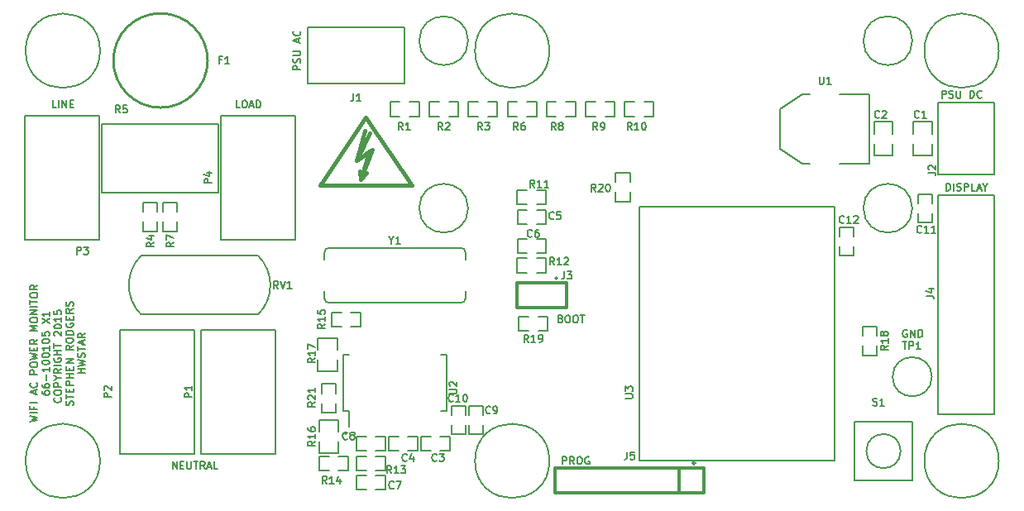
<source format=gto>
G04 #@! TF.FileFunction,Legend,Top*
%FSLAX46Y46*%
G04 Gerber Fmt 4.6, Leading zero omitted, Abs format (unit mm)*
G04 Created by KiCad (PCBNEW (2015-06-05 BZR 5717)-product) date Tue 11 Aug 2015 19:51:47 PDT*
%MOMM*%
G01*
G04 APERTURE LIST*
%ADD10C,0.152400*%
%ADD11C,0.150000*%
%ADD12C,0.200000*%
%ADD13C,0.304800*%
%ADD14C,0.228600*%
%ADD15C,0.127000*%
%ADD16C,0.381000*%
%ADD17C,0.254000*%
G04 APERTURE END LIST*
D10*
X200419428Y-107619000D02*
X200346857Y-107582714D01*
X200238000Y-107582714D01*
X200129143Y-107619000D01*
X200056571Y-107691571D01*
X200020286Y-107764143D01*
X199984000Y-107909286D01*
X199984000Y-108018143D01*
X200020286Y-108163286D01*
X200056571Y-108235857D01*
X200129143Y-108308429D01*
X200238000Y-108344714D01*
X200310571Y-108344714D01*
X200419428Y-108308429D01*
X200455714Y-108272143D01*
X200455714Y-108018143D01*
X200310571Y-108018143D01*
X200782286Y-108344714D02*
X200782286Y-107582714D01*
X201217714Y-108344714D01*
X201217714Y-107582714D01*
X201580572Y-108344714D02*
X201580572Y-107582714D01*
X201762000Y-107582714D01*
X201870857Y-107619000D01*
X201943429Y-107691571D01*
X201979714Y-107764143D01*
X202016000Y-107909286D01*
X202016000Y-108018143D01*
X201979714Y-108163286D01*
X201943429Y-108235857D01*
X201870857Y-108308429D01*
X201762000Y-108344714D01*
X201580572Y-108344714D01*
X164965858Y-106445571D02*
X165074715Y-106481857D01*
X165111000Y-106518143D01*
X165147286Y-106590714D01*
X165147286Y-106699571D01*
X165111000Y-106772143D01*
X165074715Y-106808429D01*
X165002143Y-106844714D01*
X164711858Y-106844714D01*
X164711858Y-106082714D01*
X164965858Y-106082714D01*
X165038429Y-106119000D01*
X165074715Y-106155286D01*
X165111000Y-106227857D01*
X165111000Y-106300429D01*
X165074715Y-106373000D01*
X165038429Y-106409286D01*
X164965858Y-106445571D01*
X164711858Y-106445571D01*
X165619000Y-106082714D02*
X165764143Y-106082714D01*
X165836715Y-106119000D01*
X165909286Y-106191571D01*
X165945572Y-106336714D01*
X165945572Y-106590714D01*
X165909286Y-106735857D01*
X165836715Y-106808429D01*
X165764143Y-106844714D01*
X165619000Y-106844714D01*
X165546429Y-106808429D01*
X165473858Y-106735857D01*
X165437572Y-106590714D01*
X165437572Y-106336714D01*
X165473858Y-106191571D01*
X165546429Y-106119000D01*
X165619000Y-106082714D01*
X166417286Y-106082714D02*
X166562429Y-106082714D01*
X166635001Y-106119000D01*
X166707572Y-106191571D01*
X166743858Y-106336714D01*
X166743858Y-106590714D01*
X166707572Y-106735857D01*
X166635001Y-106808429D01*
X166562429Y-106844714D01*
X166417286Y-106844714D01*
X166344715Y-106808429D01*
X166272144Y-106735857D01*
X166235858Y-106590714D01*
X166235858Y-106336714D01*
X166272144Y-106191571D01*
X166344715Y-106119000D01*
X166417286Y-106082714D01*
X166961572Y-106082714D02*
X167397001Y-106082714D01*
X167179287Y-106844714D02*
X167179287Y-106082714D01*
X165139286Y-121344714D02*
X165139286Y-120582714D01*
X165429571Y-120582714D01*
X165502143Y-120619000D01*
X165538428Y-120655286D01*
X165574714Y-120727857D01*
X165574714Y-120836714D01*
X165538428Y-120909286D01*
X165502143Y-120945571D01*
X165429571Y-120981857D01*
X165139286Y-120981857D01*
X166336714Y-121344714D02*
X166082714Y-120981857D01*
X165901286Y-121344714D02*
X165901286Y-120582714D01*
X166191571Y-120582714D01*
X166264143Y-120619000D01*
X166300428Y-120655286D01*
X166336714Y-120727857D01*
X166336714Y-120836714D01*
X166300428Y-120909286D01*
X166264143Y-120945571D01*
X166191571Y-120981857D01*
X165901286Y-120981857D01*
X166808428Y-120582714D02*
X166953571Y-120582714D01*
X167026143Y-120619000D01*
X167098714Y-120691571D01*
X167135000Y-120836714D01*
X167135000Y-121090714D01*
X167098714Y-121235857D01*
X167026143Y-121308429D01*
X166953571Y-121344714D01*
X166808428Y-121344714D01*
X166735857Y-121308429D01*
X166663286Y-121235857D01*
X166627000Y-121090714D01*
X166627000Y-120836714D01*
X166663286Y-120691571D01*
X166735857Y-120619000D01*
X166808428Y-120582714D01*
X167860714Y-120619000D02*
X167788143Y-120582714D01*
X167679286Y-120582714D01*
X167570429Y-120619000D01*
X167497857Y-120691571D01*
X167461572Y-120764143D01*
X167425286Y-120909286D01*
X167425286Y-121018143D01*
X167461572Y-121163286D01*
X167497857Y-121235857D01*
X167570429Y-121308429D01*
X167679286Y-121344714D01*
X167751857Y-121344714D01*
X167860714Y-121308429D01*
X167897000Y-121272143D01*
X167897000Y-121018143D01*
X167751857Y-121018143D01*
X204413572Y-93344714D02*
X204413572Y-92582714D01*
X204595000Y-92582714D01*
X204703857Y-92619000D01*
X204776429Y-92691571D01*
X204812714Y-92764143D01*
X204849000Y-92909286D01*
X204849000Y-93018143D01*
X204812714Y-93163286D01*
X204776429Y-93235857D01*
X204703857Y-93308429D01*
X204595000Y-93344714D01*
X204413572Y-93344714D01*
X205175572Y-93344714D02*
X205175572Y-92582714D01*
X205502143Y-93308429D02*
X205611000Y-93344714D01*
X205792429Y-93344714D01*
X205865000Y-93308429D01*
X205901286Y-93272143D01*
X205937571Y-93199571D01*
X205937571Y-93127000D01*
X205901286Y-93054429D01*
X205865000Y-93018143D01*
X205792429Y-92981857D01*
X205647286Y-92945571D01*
X205574714Y-92909286D01*
X205538429Y-92873000D01*
X205502143Y-92800429D01*
X205502143Y-92727857D01*
X205538429Y-92655286D01*
X205574714Y-92619000D01*
X205647286Y-92582714D01*
X205828714Y-92582714D01*
X205937571Y-92619000D01*
X206264143Y-93344714D02*
X206264143Y-92582714D01*
X206554428Y-92582714D01*
X206627000Y-92619000D01*
X206663285Y-92655286D01*
X206699571Y-92727857D01*
X206699571Y-92836714D01*
X206663285Y-92909286D01*
X206627000Y-92945571D01*
X206554428Y-92981857D01*
X206264143Y-92981857D01*
X207389000Y-93344714D02*
X207026143Y-93344714D01*
X207026143Y-92582714D01*
X207606714Y-93127000D02*
X207969571Y-93127000D01*
X207534142Y-93344714D02*
X207788142Y-92582714D01*
X208042142Y-93344714D01*
X208441285Y-92981857D02*
X208441285Y-93344714D01*
X208187285Y-92582714D02*
X208441285Y-92981857D01*
X208695285Y-92582714D01*
X203986144Y-83844714D02*
X203986144Y-83082714D01*
X204276429Y-83082714D01*
X204349001Y-83119000D01*
X204385286Y-83155286D01*
X204421572Y-83227857D01*
X204421572Y-83336714D01*
X204385286Y-83409286D01*
X204349001Y-83445571D01*
X204276429Y-83481857D01*
X203986144Y-83481857D01*
X204711858Y-83808429D02*
X204820715Y-83844714D01*
X205002144Y-83844714D01*
X205074715Y-83808429D01*
X205111001Y-83772143D01*
X205147286Y-83699571D01*
X205147286Y-83627000D01*
X205111001Y-83554429D01*
X205074715Y-83518143D01*
X205002144Y-83481857D01*
X204857001Y-83445571D01*
X204784429Y-83409286D01*
X204748144Y-83373000D01*
X204711858Y-83300429D01*
X204711858Y-83227857D01*
X204748144Y-83155286D01*
X204784429Y-83119000D01*
X204857001Y-83082714D01*
X205038429Y-83082714D01*
X205147286Y-83119000D01*
X205473858Y-83082714D02*
X205473858Y-83699571D01*
X205510143Y-83772143D01*
X205546429Y-83808429D01*
X205619000Y-83844714D01*
X205764143Y-83844714D01*
X205836715Y-83808429D01*
X205873000Y-83772143D01*
X205909286Y-83699571D01*
X205909286Y-83082714D01*
X206852715Y-83844714D02*
X206852715Y-83082714D01*
X207034143Y-83082714D01*
X207143000Y-83119000D01*
X207215572Y-83191571D01*
X207251857Y-83264143D01*
X207288143Y-83409286D01*
X207288143Y-83518143D01*
X207251857Y-83663286D01*
X207215572Y-83735857D01*
X207143000Y-83808429D01*
X207034143Y-83844714D01*
X206852715Y-83844714D01*
X208050143Y-83772143D02*
X208013857Y-83808429D01*
X207905000Y-83844714D01*
X207832429Y-83844714D01*
X207723572Y-83808429D01*
X207651000Y-83735857D01*
X207614715Y-83663286D01*
X207578429Y-83518143D01*
X207578429Y-83409286D01*
X207614715Y-83264143D01*
X207651000Y-83191571D01*
X207723572Y-83119000D01*
X207832429Y-83082714D01*
X207905000Y-83082714D01*
X208013857Y-83119000D01*
X208050143Y-83155286D01*
X138344714Y-80959428D02*
X137582714Y-80959428D01*
X137582714Y-80669143D01*
X137619000Y-80596571D01*
X137655286Y-80560286D01*
X137727857Y-80524000D01*
X137836714Y-80524000D01*
X137909286Y-80560286D01*
X137945571Y-80596571D01*
X137981857Y-80669143D01*
X137981857Y-80959428D01*
X138308429Y-80233714D02*
X138344714Y-80124857D01*
X138344714Y-79943428D01*
X138308429Y-79870857D01*
X138272143Y-79834571D01*
X138199571Y-79798286D01*
X138127000Y-79798286D01*
X138054429Y-79834571D01*
X138018143Y-79870857D01*
X137981857Y-79943428D01*
X137945571Y-80088571D01*
X137909286Y-80161143D01*
X137873000Y-80197428D01*
X137800429Y-80233714D01*
X137727857Y-80233714D01*
X137655286Y-80197428D01*
X137619000Y-80161143D01*
X137582714Y-80088571D01*
X137582714Y-79907143D01*
X137619000Y-79798286D01*
X137582714Y-79471714D02*
X138199571Y-79471714D01*
X138272143Y-79435429D01*
X138308429Y-79399143D01*
X138344714Y-79326572D01*
X138344714Y-79181429D01*
X138308429Y-79108857D01*
X138272143Y-79072572D01*
X138199571Y-79036286D01*
X137582714Y-79036286D01*
X138127000Y-78129143D02*
X138127000Y-77766286D01*
X138344714Y-78201715D02*
X137582714Y-77947715D01*
X138344714Y-77693715D01*
X138272143Y-77004286D02*
X138308429Y-77040572D01*
X138344714Y-77149429D01*
X138344714Y-77222000D01*
X138308429Y-77330857D01*
X138235857Y-77403429D01*
X138163286Y-77439714D01*
X138018143Y-77476000D01*
X137909286Y-77476000D01*
X137764143Y-77439714D01*
X137691571Y-77403429D01*
X137619000Y-77330857D01*
X137582714Y-77222000D01*
X137582714Y-77149429D01*
X137619000Y-77040572D01*
X137655286Y-77004286D01*
X132129143Y-84844714D02*
X131766286Y-84844714D01*
X131766286Y-84082714D01*
X132528285Y-84082714D02*
X132673428Y-84082714D01*
X132746000Y-84119000D01*
X132818571Y-84191571D01*
X132854857Y-84336714D01*
X132854857Y-84590714D01*
X132818571Y-84735857D01*
X132746000Y-84808429D01*
X132673428Y-84844714D01*
X132528285Y-84844714D01*
X132455714Y-84808429D01*
X132383143Y-84735857D01*
X132346857Y-84590714D01*
X132346857Y-84336714D01*
X132383143Y-84191571D01*
X132455714Y-84119000D01*
X132528285Y-84082714D01*
X133145143Y-84627000D02*
X133508000Y-84627000D01*
X133072571Y-84844714D02*
X133326571Y-84082714D01*
X133580571Y-84844714D01*
X133834572Y-84844714D02*
X133834572Y-84082714D01*
X134016000Y-84082714D01*
X134124857Y-84119000D01*
X134197429Y-84191571D01*
X134233714Y-84264143D01*
X134270000Y-84409286D01*
X134270000Y-84518143D01*
X134233714Y-84663286D01*
X134197429Y-84735857D01*
X134124857Y-84808429D01*
X134016000Y-84844714D01*
X133834572Y-84844714D01*
X113310572Y-84844714D02*
X112947715Y-84844714D01*
X112947715Y-84082714D01*
X113564572Y-84844714D02*
X113564572Y-84082714D01*
X113927429Y-84844714D02*
X113927429Y-84082714D01*
X114362857Y-84844714D01*
X114362857Y-84082714D01*
X114725715Y-84445571D02*
X114979715Y-84445571D01*
X115088572Y-84844714D02*
X114725715Y-84844714D01*
X114725715Y-84082714D01*
X115088572Y-84082714D01*
X125232143Y-121844714D02*
X125232143Y-121082714D01*
X125667571Y-121844714D01*
X125667571Y-121082714D01*
X126030429Y-121445571D02*
X126284429Y-121445571D01*
X126393286Y-121844714D02*
X126030429Y-121844714D01*
X126030429Y-121082714D01*
X126393286Y-121082714D01*
X126719858Y-121082714D02*
X126719858Y-121699571D01*
X126756143Y-121772143D01*
X126792429Y-121808429D01*
X126865000Y-121844714D01*
X127010143Y-121844714D01*
X127082715Y-121808429D01*
X127119000Y-121772143D01*
X127155286Y-121699571D01*
X127155286Y-121082714D01*
X127409286Y-121082714D02*
X127844715Y-121082714D01*
X127627001Y-121844714D02*
X127627001Y-121082714D01*
X128534143Y-121844714D02*
X128280143Y-121481857D01*
X128098715Y-121844714D02*
X128098715Y-121082714D01*
X128389000Y-121082714D01*
X128461572Y-121119000D01*
X128497857Y-121155286D01*
X128534143Y-121227857D01*
X128534143Y-121336714D01*
X128497857Y-121409286D01*
X128461572Y-121445571D01*
X128389000Y-121481857D01*
X128098715Y-121481857D01*
X128824429Y-121627000D02*
X129187286Y-121627000D01*
X128751857Y-121844714D02*
X129005857Y-121082714D01*
X129259857Y-121844714D01*
X129876715Y-121844714D02*
X129513858Y-121844714D01*
X129513858Y-121082714D01*
X110644314Y-117021285D02*
X111406314Y-116839856D01*
X110862029Y-116694713D01*
X111406314Y-116549571D01*
X110644314Y-116368142D01*
X111406314Y-116077856D02*
X110644314Y-116077856D01*
X111007171Y-115460999D02*
X111007171Y-115714999D01*
X111406314Y-115714999D02*
X110644314Y-115714999D01*
X110644314Y-115352142D01*
X111406314Y-115061856D02*
X110644314Y-115061856D01*
X111188600Y-114154714D02*
X111188600Y-113791857D01*
X111406314Y-114227286D02*
X110644314Y-113973286D01*
X111406314Y-113719286D01*
X111333743Y-113029857D02*
X111370029Y-113066143D01*
X111406314Y-113175000D01*
X111406314Y-113247571D01*
X111370029Y-113356428D01*
X111297457Y-113429000D01*
X111224886Y-113465285D01*
X111079743Y-113501571D01*
X110970886Y-113501571D01*
X110825743Y-113465285D01*
X110753171Y-113429000D01*
X110680600Y-113356428D01*
X110644314Y-113247571D01*
X110644314Y-113175000D01*
X110680600Y-113066143D01*
X110716886Y-113029857D01*
X111406314Y-112122714D02*
X110644314Y-112122714D01*
X110644314Y-111832429D01*
X110680600Y-111759857D01*
X110716886Y-111723572D01*
X110789457Y-111687286D01*
X110898314Y-111687286D01*
X110970886Y-111723572D01*
X111007171Y-111759857D01*
X111043457Y-111832429D01*
X111043457Y-112122714D01*
X110644314Y-111215572D02*
X110644314Y-111070429D01*
X110680600Y-110997857D01*
X110753171Y-110925286D01*
X110898314Y-110889000D01*
X111152314Y-110889000D01*
X111297457Y-110925286D01*
X111370029Y-110997857D01*
X111406314Y-111070429D01*
X111406314Y-111215572D01*
X111370029Y-111288143D01*
X111297457Y-111360714D01*
X111152314Y-111397000D01*
X110898314Y-111397000D01*
X110753171Y-111360714D01*
X110680600Y-111288143D01*
X110644314Y-111215572D01*
X110644314Y-110635000D02*
X111406314Y-110453571D01*
X110862029Y-110308428D01*
X111406314Y-110163286D01*
X110644314Y-109981857D01*
X111007171Y-109691571D02*
X111007171Y-109437571D01*
X111406314Y-109328714D02*
X111406314Y-109691571D01*
X110644314Y-109691571D01*
X110644314Y-109328714D01*
X111406314Y-108566714D02*
X111043457Y-108820714D01*
X111406314Y-109002142D02*
X110644314Y-109002142D01*
X110644314Y-108711857D01*
X110680600Y-108639285D01*
X110716886Y-108603000D01*
X110789457Y-108566714D01*
X110898314Y-108566714D01*
X110970886Y-108603000D01*
X111007171Y-108639285D01*
X111043457Y-108711857D01*
X111043457Y-109002142D01*
X111406314Y-107659571D02*
X110644314Y-107659571D01*
X111188600Y-107405571D01*
X110644314Y-107151571D01*
X111406314Y-107151571D01*
X110644314Y-106643572D02*
X110644314Y-106498429D01*
X110680600Y-106425857D01*
X110753171Y-106353286D01*
X110898314Y-106317000D01*
X111152314Y-106317000D01*
X111297457Y-106353286D01*
X111370029Y-106425857D01*
X111406314Y-106498429D01*
X111406314Y-106643572D01*
X111370029Y-106716143D01*
X111297457Y-106788714D01*
X111152314Y-106825000D01*
X110898314Y-106825000D01*
X110753171Y-106788714D01*
X110680600Y-106716143D01*
X110644314Y-106643572D01*
X111406314Y-105990428D02*
X110644314Y-105990428D01*
X111406314Y-105555000D01*
X110644314Y-105555000D01*
X111406314Y-105192142D02*
X110644314Y-105192142D01*
X110644314Y-104938143D02*
X110644314Y-104502714D01*
X111406314Y-104720428D02*
X110644314Y-104720428D01*
X110644314Y-104103572D02*
X110644314Y-103958429D01*
X110680600Y-103885857D01*
X110753171Y-103813286D01*
X110898314Y-103777000D01*
X111152314Y-103777000D01*
X111297457Y-103813286D01*
X111370029Y-103885857D01*
X111406314Y-103958429D01*
X111406314Y-104103572D01*
X111370029Y-104176143D01*
X111297457Y-104248714D01*
X111152314Y-104285000D01*
X110898314Y-104285000D01*
X110753171Y-104248714D01*
X110680600Y-104176143D01*
X110644314Y-104103572D01*
X111406314Y-103015000D02*
X111043457Y-103269000D01*
X111406314Y-103450428D02*
X110644314Y-103450428D01*
X110644314Y-103160143D01*
X110680600Y-103087571D01*
X110716886Y-103051286D01*
X110789457Y-103015000D01*
X110898314Y-103015000D01*
X110970886Y-103051286D01*
X111007171Y-103087571D01*
X111043457Y-103160143D01*
X111043457Y-103450428D01*
X111863514Y-113882570D02*
X111863514Y-114027713D01*
X111899800Y-114100284D01*
X111936086Y-114136570D01*
X112044943Y-114209141D01*
X112190086Y-114245427D01*
X112480371Y-114245427D01*
X112552943Y-114209141D01*
X112589229Y-114172856D01*
X112625514Y-114100284D01*
X112625514Y-113955141D01*
X112589229Y-113882570D01*
X112552943Y-113846284D01*
X112480371Y-113809999D01*
X112298943Y-113809999D01*
X112226371Y-113846284D01*
X112190086Y-113882570D01*
X112153800Y-113955141D01*
X112153800Y-114100284D01*
X112190086Y-114172856D01*
X112226371Y-114209141D01*
X112298943Y-114245427D01*
X111863514Y-113156856D02*
X111863514Y-113301999D01*
X111899800Y-113374570D01*
X111936086Y-113410856D01*
X112044943Y-113483427D01*
X112190086Y-113519713D01*
X112480371Y-113519713D01*
X112552943Y-113483427D01*
X112589229Y-113447142D01*
X112625514Y-113374570D01*
X112625514Y-113229427D01*
X112589229Y-113156856D01*
X112552943Y-113120570D01*
X112480371Y-113084285D01*
X112298943Y-113084285D01*
X112226371Y-113120570D01*
X112190086Y-113156856D01*
X112153800Y-113229427D01*
X112153800Y-113374570D01*
X112190086Y-113447142D01*
X112226371Y-113483427D01*
X112298943Y-113519713D01*
X112335229Y-112757713D02*
X112335229Y-112177142D01*
X112625514Y-111415142D02*
X112625514Y-111850570D01*
X112625514Y-111632856D02*
X111863514Y-111632856D01*
X111972371Y-111705427D01*
X112044943Y-111777999D01*
X112081229Y-111850570D01*
X111863514Y-110943428D02*
X111863514Y-110870856D01*
X111899800Y-110798285D01*
X111936086Y-110761999D01*
X112008657Y-110725713D01*
X112153800Y-110689428D01*
X112335229Y-110689428D01*
X112480371Y-110725713D01*
X112552943Y-110761999D01*
X112589229Y-110798285D01*
X112625514Y-110870856D01*
X112625514Y-110943428D01*
X112589229Y-111015999D01*
X112552943Y-111052285D01*
X112480371Y-111088570D01*
X112335229Y-111124856D01*
X112153800Y-111124856D01*
X112008657Y-111088570D01*
X111936086Y-111052285D01*
X111899800Y-111015999D01*
X111863514Y-110943428D01*
X111863514Y-110217714D02*
X111863514Y-110145142D01*
X111899800Y-110072571D01*
X111936086Y-110036285D01*
X112008657Y-109999999D01*
X112153800Y-109963714D01*
X112335229Y-109963714D01*
X112480371Y-109999999D01*
X112552943Y-110036285D01*
X112589229Y-110072571D01*
X112625514Y-110145142D01*
X112625514Y-110217714D01*
X112589229Y-110290285D01*
X112552943Y-110326571D01*
X112480371Y-110362856D01*
X112335229Y-110399142D01*
X112153800Y-110399142D01*
X112008657Y-110362856D01*
X111936086Y-110326571D01*
X111899800Y-110290285D01*
X111863514Y-110217714D01*
X112625514Y-109238000D02*
X112625514Y-109673428D01*
X112625514Y-109455714D02*
X111863514Y-109455714D01*
X111972371Y-109528285D01*
X112044943Y-109600857D01*
X112081229Y-109673428D01*
X111863514Y-108766286D02*
X111863514Y-108693714D01*
X111899800Y-108621143D01*
X111936086Y-108584857D01*
X112008657Y-108548571D01*
X112153800Y-108512286D01*
X112335229Y-108512286D01*
X112480371Y-108548571D01*
X112552943Y-108584857D01*
X112589229Y-108621143D01*
X112625514Y-108693714D01*
X112625514Y-108766286D01*
X112589229Y-108838857D01*
X112552943Y-108875143D01*
X112480371Y-108911428D01*
X112335229Y-108947714D01*
X112153800Y-108947714D01*
X112008657Y-108911428D01*
X111936086Y-108875143D01*
X111899800Y-108838857D01*
X111863514Y-108766286D01*
X111863514Y-107822857D02*
X111863514Y-108185714D01*
X112226371Y-108222000D01*
X112190086Y-108185714D01*
X112153800Y-108113143D01*
X112153800Y-107931714D01*
X112190086Y-107859143D01*
X112226371Y-107822857D01*
X112298943Y-107786572D01*
X112480371Y-107786572D01*
X112552943Y-107822857D01*
X112589229Y-107859143D01*
X112625514Y-107931714D01*
X112625514Y-108113143D01*
X112589229Y-108185714D01*
X112552943Y-108222000D01*
X111863514Y-106952001D02*
X112625514Y-106444001D01*
X111863514Y-106444001D02*
X112625514Y-106952001D01*
X112625514Y-105754573D02*
X112625514Y-106190001D01*
X112625514Y-105972287D02*
X111863514Y-105972287D01*
X111972371Y-106044858D01*
X112044943Y-106117430D01*
X112081229Y-106190001D01*
X113772143Y-114535713D02*
X113808429Y-114571999D01*
X113844714Y-114680856D01*
X113844714Y-114753427D01*
X113808429Y-114862284D01*
X113735857Y-114934856D01*
X113663286Y-114971141D01*
X113518143Y-115007427D01*
X113409286Y-115007427D01*
X113264143Y-114971141D01*
X113191571Y-114934856D01*
X113119000Y-114862284D01*
X113082714Y-114753427D01*
X113082714Y-114680856D01*
X113119000Y-114571999D01*
X113155286Y-114535713D01*
X113082714Y-114063999D02*
X113082714Y-113918856D01*
X113119000Y-113846284D01*
X113191571Y-113773713D01*
X113336714Y-113737427D01*
X113590714Y-113737427D01*
X113735857Y-113773713D01*
X113808429Y-113846284D01*
X113844714Y-113918856D01*
X113844714Y-114063999D01*
X113808429Y-114136570D01*
X113735857Y-114209141D01*
X113590714Y-114245427D01*
X113336714Y-114245427D01*
X113191571Y-114209141D01*
X113119000Y-114136570D01*
X113082714Y-114063999D01*
X113844714Y-113410855D02*
X113082714Y-113410855D01*
X113082714Y-113120570D01*
X113119000Y-113047998D01*
X113155286Y-113011713D01*
X113227857Y-112975427D01*
X113336714Y-112975427D01*
X113409286Y-113011713D01*
X113445571Y-113047998D01*
X113481857Y-113120570D01*
X113481857Y-113410855D01*
X113481857Y-112503713D02*
X113844714Y-112503713D01*
X113082714Y-112757713D02*
X113481857Y-112503713D01*
X113082714Y-112249713D01*
X113844714Y-111560284D02*
X113481857Y-111814284D01*
X113844714Y-111995712D02*
X113082714Y-111995712D01*
X113082714Y-111705427D01*
X113119000Y-111632855D01*
X113155286Y-111596570D01*
X113227857Y-111560284D01*
X113336714Y-111560284D01*
X113409286Y-111596570D01*
X113445571Y-111632855D01*
X113481857Y-111705427D01*
X113481857Y-111995712D01*
X113844714Y-111233712D02*
X113082714Y-111233712D01*
X113119000Y-110471713D02*
X113082714Y-110544284D01*
X113082714Y-110653141D01*
X113119000Y-110761998D01*
X113191571Y-110834570D01*
X113264143Y-110870855D01*
X113409286Y-110907141D01*
X113518143Y-110907141D01*
X113663286Y-110870855D01*
X113735857Y-110834570D01*
X113808429Y-110761998D01*
X113844714Y-110653141D01*
X113844714Y-110580570D01*
X113808429Y-110471713D01*
X113772143Y-110435427D01*
X113518143Y-110435427D01*
X113518143Y-110580570D01*
X113844714Y-110108855D02*
X113082714Y-110108855D01*
X113445571Y-110108855D02*
X113445571Y-109673427D01*
X113844714Y-109673427D02*
X113082714Y-109673427D01*
X113082714Y-109419427D02*
X113082714Y-108983998D01*
X113844714Y-109201712D02*
X113082714Y-109201712D01*
X113155286Y-108185713D02*
X113119000Y-108149427D01*
X113082714Y-108076856D01*
X113082714Y-107895427D01*
X113119000Y-107822856D01*
X113155286Y-107786570D01*
X113227857Y-107750285D01*
X113300429Y-107750285D01*
X113409286Y-107786570D01*
X113844714Y-108221999D01*
X113844714Y-107750285D01*
X113082714Y-107278571D02*
X113082714Y-107205999D01*
X113119000Y-107133428D01*
X113155286Y-107097142D01*
X113227857Y-107060856D01*
X113373000Y-107024571D01*
X113554429Y-107024571D01*
X113699571Y-107060856D01*
X113772143Y-107097142D01*
X113808429Y-107133428D01*
X113844714Y-107205999D01*
X113844714Y-107278571D01*
X113808429Y-107351142D01*
X113772143Y-107387428D01*
X113699571Y-107423713D01*
X113554429Y-107459999D01*
X113373000Y-107459999D01*
X113227857Y-107423713D01*
X113155286Y-107387428D01*
X113119000Y-107351142D01*
X113082714Y-107278571D01*
X113844714Y-106298857D02*
X113844714Y-106734285D01*
X113844714Y-106516571D02*
X113082714Y-106516571D01*
X113191571Y-106589142D01*
X113264143Y-106661714D01*
X113300429Y-106734285D01*
X113082714Y-105609428D02*
X113082714Y-105972285D01*
X113445571Y-106008571D01*
X113409286Y-105972285D01*
X113373000Y-105899714D01*
X113373000Y-105718285D01*
X113409286Y-105645714D01*
X113445571Y-105609428D01*
X113518143Y-105573143D01*
X113699571Y-105573143D01*
X113772143Y-105609428D01*
X113808429Y-105645714D01*
X113844714Y-105718285D01*
X113844714Y-105899714D01*
X113808429Y-105972285D01*
X113772143Y-106008571D01*
X115027629Y-115297714D02*
X115063914Y-115188857D01*
X115063914Y-115007428D01*
X115027629Y-114934857D01*
X114991343Y-114898571D01*
X114918771Y-114862286D01*
X114846200Y-114862286D01*
X114773629Y-114898571D01*
X114737343Y-114934857D01*
X114701057Y-115007428D01*
X114664771Y-115152571D01*
X114628486Y-115225143D01*
X114592200Y-115261428D01*
X114519629Y-115297714D01*
X114447057Y-115297714D01*
X114374486Y-115261428D01*
X114338200Y-115225143D01*
X114301914Y-115152571D01*
X114301914Y-114971143D01*
X114338200Y-114862286D01*
X114301914Y-114644572D02*
X114301914Y-114209143D01*
X115063914Y-114426857D02*
X114301914Y-114426857D01*
X114664771Y-113955143D02*
X114664771Y-113701143D01*
X115063914Y-113592286D02*
X115063914Y-113955143D01*
X114301914Y-113955143D01*
X114301914Y-113592286D01*
X115063914Y-113265714D02*
X114301914Y-113265714D01*
X114301914Y-112975429D01*
X114338200Y-112902857D01*
X114374486Y-112866572D01*
X114447057Y-112830286D01*
X114555914Y-112830286D01*
X114628486Y-112866572D01*
X114664771Y-112902857D01*
X114701057Y-112975429D01*
X114701057Y-113265714D01*
X115063914Y-112503714D02*
X114301914Y-112503714D01*
X114664771Y-112503714D02*
X114664771Y-112068286D01*
X115063914Y-112068286D02*
X114301914Y-112068286D01*
X114664771Y-111705428D02*
X114664771Y-111451428D01*
X115063914Y-111342571D02*
X115063914Y-111705428D01*
X114301914Y-111705428D01*
X114301914Y-111342571D01*
X115063914Y-111015999D02*
X114301914Y-111015999D01*
X115063914Y-110580571D01*
X114301914Y-110580571D01*
X115063914Y-109201714D02*
X114701057Y-109455714D01*
X115063914Y-109637142D02*
X114301914Y-109637142D01*
X114301914Y-109346857D01*
X114338200Y-109274285D01*
X114374486Y-109238000D01*
X114447057Y-109201714D01*
X114555914Y-109201714D01*
X114628486Y-109238000D01*
X114664771Y-109274285D01*
X114701057Y-109346857D01*
X114701057Y-109637142D01*
X114301914Y-108730000D02*
X114301914Y-108584857D01*
X114338200Y-108512285D01*
X114410771Y-108439714D01*
X114555914Y-108403428D01*
X114809914Y-108403428D01*
X114955057Y-108439714D01*
X115027629Y-108512285D01*
X115063914Y-108584857D01*
X115063914Y-108730000D01*
X115027629Y-108802571D01*
X114955057Y-108875142D01*
X114809914Y-108911428D01*
X114555914Y-108911428D01*
X114410771Y-108875142D01*
X114338200Y-108802571D01*
X114301914Y-108730000D01*
X115063914Y-108076856D02*
X114301914Y-108076856D01*
X114301914Y-107895428D01*
X114338200Y-107786571D01*
X114410771Y-107713999D01*
X114483343Y-107677714D01*
X114628486Y-107641428D01*
X114737343Y-107641428D01*
X114882486Y-107677714D01*
X114955057Y-107713999D01*
X115027629Y-107786571D01*
X115063914Y-107895428D01*
X115063914Y-108076856D01*
X114338200Y-106915714D02*
X114301914Y-106988285D01*
X114301914Y-107097142D01*
X114338200Y-107205999D01*
X114410771Y-107278571D01*
X114483343Y-107314856D01*
X114628486Y-107351142D01*
X114737343Y-107351142D01*
X114882486Y-107314856D01*
X114955057Y-107278571D01*
X115027629Y-107205999D01*
X115063914Y-107097142D01*
X115063914Y-107024571D01*
X115027629Y-106915714D01*
X114991343Y-106879428D01*
X114737343Y-106879428D01*
X114737343Y-107024571D01*
X114664771Y-106552856D02*
X114664771Y-106298856D01*
X115063914Y-106189999D02*
X115063914Y-106552856D01*
X114301914Y-106552856D01*
X114301914Y-106189999D01*
X115063914Y-105427999D02*
X114701057Y-105681999D01*
X115063914Y-105863427D02*
X114301914Y-105863427D01*
X114301914Y-105573142D01*
X114338200Y-105500570D01*
X114374486Y-105464285D01*
X114447057Y-105427999D01*
X114555914Y-105427999D01*
X114628486Y-105464285D01*
X114664771Y-105500570D01*
X114701057Y-105573142D01*
X114701057Y-105863427D01*
X115027629Y-105137713D02*
X115063914Y-105028856D01*
X115063914Y-104847427D01*
X115027629Y-104774856D01*
X114991343Y-104738570D01*
X114918771Y-104702285D01*
X114846200Y-104702285D01*
X114773629Y-104738570D01*
X114737343Y-104774856D01*
X114701057Y-104847427D01*
X114664771Y-104992570D01*
X114628486Y-105065142D01*
X114592200Y-105101427D01*
X114519629Y-105137713D01*
X114447057Y-105137713D01*
X114374486Y-105101427D01*
X114338200Y-105065142D01*
X114301914Y-104992570D01*
X114301914Y-104811142D01*
X114338200Y-104702285D01*
X116283114Y-112013856D02*
X115521114Y-112013856D01*
X115883971Y-112013856D02*
X115883971Y-111578428D01*
X116283114Y-111578428D02*
X115521114Y-111578428D01*
X115521114Y-111288142D02*
X116283114Y-111106713D01*
X115738829Y-110961570D01*
X116283114Y-110816428D01*
X115521114Y-110634999D01*
X116246829Y-110380999D02*
X116283114Y-110272142D01*
X116283114Y-110090713D01*
X116246829Y-110018142D01*
X116210543Y-109981856D01*
X116137971Y-109945571D01*
X116065400Y-109945571D01*
X115992829Y-109981856D01*
X115956543Y-110018142D01*
X115920257Y-110090713D01*
X115883971Y-110235856D01*
X115847686Y-110308428D01*
X115811400Y-110344713D01*
X115738829Y-110380999D01*
X115666257Y-110380999D01*
X115593686Y-110344713D01*
X115557400Y-110308428D01*
X115521114Y-110235856D01*
X115521114Y-110054428D01*
X115557400Y-109945571D01*
X115521114Y-109727857D02*
X115521114Y-109292428D01*
X116283114Y-109510142D02*
X115521114Y-109510142D01*
X116065400Y-109074714D02*
X116065400Y-108711857D01*
X116283114Y-109147286D02*
X115521114Y-108893286D01*
X116283114Y-108639286D01*
X116283114Y-107949857D02*
X115920257Y-108203857D01*
X116283114Y-108385285D02*
X115521114Y-108385285D01*
X115521114Y-108095000D01*
X115557400Y-108022428D01*
X115593686Y-107986143D01*
X115666257Y-107949857D01*
X115775114Y-107949857D01*
X115847686Y-107986143D01*
X115883971Y-108022428D01*
X115920257Y-108095000D01*
X115920257Y-108385285D01*
X155484200Y-95123000D02*
G75*
G03X155484200Y-95123000I-2500000J0D01*
G01*
X163810000Y-121000000D02*
G75*
G03X163810000Y-121000000I-3810000J0D01*
G01*
X163810000Y-79000000D02*
G75*
G03X163810000Y-79000000I-3810000J0D01*
G01*
X201038000Y-87497000D02*
X201038000Y-86281000D01*
X201038000Y-86281000D02*
X202962000Y-86281000D01*
X202962000Y-86281000D02*
X202962000Y-87497000D01*
X202962000Y-88513000D02*
X202962000Y-89729000D01*
X202962000Y-89729000D02*
X201038000Y-89729000D01*
X201038000Y-89729000D02*
X201038000Y-88513000D01*
X197038000Y-87497000D02*
X197038000Y-86281000D01*
X197038000Y-86281000D02*
X198962000Y-86281000D01*
X198962000Y-86281000D02*
X198962000Y-87497000D01*
X198962000Y-88513000D02*
X198962000Y-89729000D01*
X198962000Y-89729000D02*
X197038000Y-89729000D01*
X197038000Y-89729000D02*
X197038000Y-88513000D01*
X152651380Y-119973240D02*
X153601000Y-119973240D01*
X151650620Y-119973240D02*
X150701000Y-119973240D01*
X152651380Y-118532760D02*
X153601000Y-118532760D01*
X150701000Y-118532760D02*
X151650620Y-118532760D01*
X153601000Y-118532760D02*
X153601000Y-119973240D01*
X150701000Y-119973240D02*
X150701000Y-118532760D01*
X149349380Y-119973240D02*
X150299000Y-119973240D01*
X148348620Y-119973240D02*
X147399000Y-119973240D01*
X149349380Y-118532760D02*
X150299000Y-118532760D01*
X147399000Y-118532760D02*
X148348620Y-118532760D01*
X150299000Y-118532760D02*
X150299000Y-119973240D01*
X147399000Y-119973240D02*
X147399000Y-118532760D01*
X162505380Y-96720240D02*
X163455000Y-96720240D01*
X161504620Y-96720240D02*
X160555000Y-96720240D01*
X162505380Y-95279760D02*
X163455000Y-95279760D01*
X160555000Y-95279760D02*
X161504620Y-95279760D01*
X163455000Y-95279760D02*
X163455000Y-96720240D01*
X160555000Y-96720240D02*
X160555000Y-95279760D01*
X162505380Y-99720240D02*
X163455000Y-99720240D01*
X161504620Y-99720240D02*
X160555000Y-99720240D01*
X162505380Y-98279760D02*
X163455000Y-98279760D01*
X160555000Y-98279760D02*
X161504620Y-98279760D01*
X163455000Y-98279760D02*
X163455000Y-99720240D01*
X160555000Y-99720240D02*
X160555000Y-98279760D01*
X146047380Y-123910240D02*
X146997000Y-123910240D01*
X145046620Y-123910240D02*
X144097000Y-123910240D01*
X146047380Y-122469760D02*
X146997000Y-122469760D01*
X144097000Y-122469760D02*
X145046620Y-122469760D01*
X146997000Y-122469760D02*
X146997000Y-123910240D01*
X144097000Y-123910240D02*
X144097000Y-122469760D01*
X145036620Y-118532760D02*
X144087000Y-118532760D01*
X146037380Y-118532760D02*
X146987000Y-118532760D01*
X145036620Y-119973240D02*
X144087000Y-119973240D01*
X146987000Y-119973240D02*
X146037380Y-119973240D01*
X144087000Y-119973240D02*
X144087000Y-118532760D01*
X146987000Y-118532760D02*
X146987000Y-119973240D01*
X155616760Y-117345380D02*
X155616760Y-118295000D01*
X155616760Y-116344620D02*
X155616760Y-115395000D01*
X157057240Y-117345380D02*
X157057240Y-118295000D01*
X157057240Y-115395000D02*
X157057240Y-116344620D01*
X157057240Y-118295000D02*
X155616760Y-118295000D01*
X155616760Y-115395000D02*
X157057240Y-115395000D01*
X153838760Y-117345380D02*
X153838760Y-118295000D01*
X153838760Y-116344620D02*
X153838760Y-115395000D01*
X155279240Y-117345380D02*
X155279240Y-118295000D01*
X155279240Y-115395000D02*
X155279240Y-116344620D01*
X155279240Y-118295000D02*
X153838760Y-118295000D01*
X153838760Y-115395000D02*
X155279240Y-115395000D01*
X203031240Y-94617620D02*
X203031240Y-93668000D01*
X203031240Y-95618380D02*
X203031240Y-96568000D01*
X201590760Y-94617620D02*
X201590760Y-93668000D01*
X201590760Y-96568000D02*
X201590760Y-95618380D01*
X201590760Y-93668000D02*
X203031240Y-93668000D01*
X203031240Y-96568000D02*
X201590760Y-96568000D01*
X193538960Y-99057380D02*
X193538960Y-100007000D01*
X193538960Y-98056620D02*
X193538960Y-97107000D01*
X194979440Y-99057380D02*
X194979440Y-100007000D01*
X194979440Y-97107000D02*
X194979440Y-98056620D01*
X194979440Y-100007000D02*
X193538960Y-100007000D01*
X193538960Y-97107000D02*
X194979440Y-97107000D01*
D11*
X209350000Y-84300000D02*
X209350000Y-91700000D01*
X209350000Y-91700000D02*
X203600000Y-91700000D01*
X203600000Y-91700000D02*
X203600000Y-84300000D01*
X203600000Y-84300000D02*
X209350000Y-84300000D01*
D12*
X164600000Y-102300000D02*
G75*
G03X164600000Y-102300000I-100000J0D01*
G01*
D13*
X165540000Y-102730000D02*
X165540000Y-105270000D01*
X165540000Y-105270000D02*
X160460000Y-105270000D01*
X160460000Y-105270000D02*
X160460000Y-102730000D01*
X160460000Y-102730000D02*
X165540000Y-102730000D01*
D11*
X209350000Y-93800000D02*
X209350000Y-116200000D01*
X209350000Y-116200000D02*
X203600000Y-116200000D01*
X203600000Y-116200000D02*
X203600000Y-93800000D01*
X203600000Y-100100000D02*
X203600000Y-100050000D01*
X203600000Y-93800000D02*
X209350000Y-93800000D01*
D14*
X178731000Y-121222000D02*
G75*
G03X178731000Y-121222000I-127000J0D01*
G01*
D13*
X179620000Y-121730000D02*
X179620000Y-124270000D01*
X179620000Y-124270000D02*
X164380000Y-124270000D01*
X164380000Y-124270000D02*
X164380000Y-121730000D01*
X164380000Y-121730000D02*
X179620000Y-121730000D01*
X177080000Y-121730000D02*
X177080000Y-124270000D01*
D11*
X128143000Y-120269000D02*
X128143000Y-107569000D01*
X128143000Y-107569000D02*
X135763000Y-107569000D01*
X135763000Y-107569000D02*
X135763000Y-120269000D01*
X135763000Y-120269000D02*
X128143000Y-120269000D01*
X119888000Y-120269000D02*
X119888000Y-107569000D01*
X119888000Y-107569000D02*
X127508000Y-107569000D01*
X127508000Y-107569000D02*
X127508000Y-120269000D01*
X127508000Y-120269000D02*
X119888000Y-120269000D01*
X110142000Y-98350000D02*
X110142000Y-85650000D01*
X110142000Y-85650000D02*
X117762000Y-85650000D01*
X117762000Y-85650000D02*
X117762000Y-98350000D01*
X117762000Y-98350000D02*
X110142000Y-98350000D01*
X130142000Y-98350000D02*
X130142000Y-85650000D01*
X130142000Y-85650000D02*
X137762000Y-85650000D01*
X137762000Y-85650000D02*
X137762000Y-98350000D01*
X137762000Y-98350000D02*
X130142000Y-98350000D01*
D10*
X148504620Y-84261500D02*
X147520000Y-84261500D01*
X147520000Y-84261500D02*
X147520000Y-85738500D01*
X147520000Y-85738500D02*
X148504620Y-85738500D01*
X150480000Y-84261500D02*
X149505380Y-84261500D01*
X150480000Y-84261500D02*
X150480000Y-85738500D01*
X150480000Y-85738500D02*
X149505380Y-85738500D01*
X152504620Y-84261500D02*
X151520000Y-84261500D01*
X151520000Y-84261500D02*
X151520000Y-85738500D01*
X151520000Y-85738500D02*
X152504620Y-85738500D01*
X154480000Y-84261500D02*
X153505380Y-84261500D01*
X154480000Y-84261500D02*
X154480000Y-85738500D01*
X154480000Y-85738500D02*
X153505380Y-85738500D01*
X156504620Y-84261500D02*
X155520000Y-84261500D01*
X155520000Y-84261500D02*
X155520000Y-85738500D01*
X155520000Y-85738500D02*
X156504620Y-85738500D01*
X158480000Y-84261500D02*
X157505380Y-84261500D01*
X158480000Y-84261500D02*
X158480000Y-85738500D01*
X158480000Y-85738500D02*
X157505380Y-85738500D01*
X122213500Y-96495380D02*
X122213500Y-97480000D01*
X122213500Y-97480000D02*
X123690500Y-97480000D01*
X123690500Y-97480000D02*
X123690500Y-96495380D01*
X122213500Y-94520000D02*
X122213500Y-95494620D01*
X122213500Y-94520000D02*
X123690500Y-94520000D01*
X123690500Y-94520000D02*
X123690500Y-95494620D01*
X117952000Y-86500000D02*
X117952000Y-93500000D01*
X117952000Y-93500000D02*
X129952000Y-93500000D01*
X129952000Y-93500000D02*
X129952000Y-86500000D01*
X129952000Y-86500000D02*
X117952000Y-86500000D01*
X160504620Y-84261500D02*
X159520000Y-84261500D01*
X159520000Y-84261500D02*
X159520000Y-85738500D01*
X159520000Y-85738500D02*
X160504620Y-85738500D01*
X162480000Y-84261500D02*
X161505380Y-84261500D01*
X162480000Y-84261500D02*
X162480000Y-85738500D01*
X162480000Y-85738500D02*
X161505380Y-85738500D01*
X124213500Y-96495380D02*
X124213500Y-97480000D01*
X124213500Y-97480000D02*
X125690500Y-97480000D01*
X125690500Y-97480000D02*
X125690500Y-96495380D01*
X124213500Y-94520000D02*
X124213500Y-95494620D01*
X124213500Y-94520000D02*
X125690500Y-94520000D01*
X125690500Y-94520000D02*
X125690500Y-95494620D01*
X164504620Y-84261500D02*
X163520000Y-84261500D01*
X163520000Y-84261500D02*
X163520000Y-85738500D01*
X163520000Y-85738500D02*
X164504620Y-85738500D01*
X166480000Y-84261500D02*
X165505380Y-84261500D01*
X166480000Y-84261500D02*
X166480000Y-85738500D01*
X166480000Y-85738500D02*
X165505380Y-85738500D01*
X168504620Y-84261500D02*
X167520000Y-84261500D01*
X167520000Y-84261500D02*
X167520000Y-85738500D01*
X167520000Y-85738500D02*
X168504620Y-85738500D01*
X170480000Y-84261500D02*
X169505380Y-84261500D01*
X170480000Y-84261500D02*
X170480000Y-85738500D01*
X170480000Y-85738500D02*
X169505380Y-85738500D01*
X172504620Y-84261500D02*
X171520000Y-84261500D01*
X171520000Y-84261500D02*
X171520000Y-85738500D01*
X171520000Y-85738500D02*
X172504620Y-85738500D01*
X174480000Y-84261500D02*
X173505380Y-84261500D01*
X174480000Y-84261500D02*
X174480000Y-85738500D01*
X174480000Y-85738500D02*
X173505380Y-85738500D01*
X161504620Y-93261500D02*
X160520000Y-93261500D01*
X160520000Y-93261500D02*
X160520000Y-94738500D01*
X160520000Y-94738500D02*
X161504620Y-94738500D01*
X163480000Y-93261500D02*
X162505380Y-93261500D01*
X163480000Y-93261500D02*
X163480000Y-94738500D01*
X163480000Y-94738500D02*
X162505380Y-94738500D01*
X161504620Y-100261500D02*
X160520000Y-100261500D01*
X160520000Y-100261500D02*
X160520000Y-101738500D01*
X160520000Y-101738500D02*
X161504620Y-101738500D01*
X163480000Y-100261500D02*
X162505380Y-100261500D01*
X163480000Y-100261500D02*
X163480000Y-101738500D01*
X163480000Y-101738500D02*
X162505380Y-101738500D01*
X145046620Y-120546500D02*
X144062000Y-120546500D01*
X144062000Y-120546500D02*
X144062000Y-122023500D01*
X144062000Y-122023500D02*
X145046620Y-122023500D01*
X147022000Y-120546500D02*
X146047380Y-120546500D01*
X147022000Y-120546500D02*
X147022000Y-122023500D01*
X147022000Y-122023500D02*
X146047380Y-122023500D01*
X142227380Y-122023500D02*
X143212000Y-122023500D01*
X143212000Y-122023500D02*
X143212000Y-120546500D01*
X143212000Y-120546500D02*
X142227380Y-120546500D01*
X140252000Y-122023500D02*
X141226620Y-122023500D01*
X140252000Y-122023500D02*
X140252000Y-120546500D01*
X140252000Y-120546500D02*
X141226620Y-120546500D01*
X142506620Y-105814500D02*
X141522000Y-105814500D01*
X141522000Y-105814500D02*
X141522000Y-107291500D01*
X141522000Y-107291500D02*
X142506620Y-107291500D01*
X144482000Y-105814500D02*
X143507380Y-105814500D01*
X144482000Y-105814500D02*
X144482000Y-107291500D01*
X144482000Y-107291500D02*
X143507380Y-107291500D01*
X140239000Y-117993000D02*
X140239000Y-116801000D01*
X140239000Y-116801000D02*
X142209000Y-116801000D01*
X142209000Y-116801000D02*
X142209000Y-117993000D01*
X142209000Y-119009000D02*
X142209000Y-120191000D01*
X142209000Y-120191000D02*
X140239000Y-120191000D01*
D11*
X140239000Y-120191000D02*
X140239000Y-119009000D01*
D10*
X140112000Y-109611000D02*
X140112000Y-108419000D01*
X140112000Y-108419000D02*
X142082000Y-108419000D01*
X142082000Y-108419000D02*
X142082000Y-109611000D01*
X142082000Y-110627000D02*
X142082000Y-111809000D01*
X142082000Y-111809000D02*
X140112000Y-111809000D01*
D11*
X140112000Y-111809000D02*
X140112000Y-110627000D01*
D10*
X197334500Y-108216620D02*
X197334500Y-107232000D01*
X197334500Y-107232000D02*
X195857500Y-107232000D01*
X195857500Y-107232000D02*
X195857500Y-108216620D01*
X197334500Y-110192000D02*
X197334500Y-109217380D01*
X197334500Y-110192000D02*
X195857500Y-110192000D01*
X195857500Y-110192000D02*
X195857500Y-109217380D01*
X161683620Y-106195500D02*
X160699000Y-106195500D01*
X160699000Y-106195500D02*
X160699000Y-107672500D01*
X160699000Y-107672500D02*
X161683620Y-107672500D01*
X163659000Y-106195500D02*
X162684380Y-106195500D01*
X163659000Y-106195500D02*
X163659000Y-107672500D01*
X163659000Y-107672500D02*
X162684380Y-107672500D01*
X172061500Y-92468620D02*
X172061500Y-91484000D01*
X172061500Y-91484000D02*
X170584500Y-91484000D01*
X170584500Y-91484000D02*
X170584500Y-92468620D01*
X172061500Y-94444000D02*
X172061500Y-93469380D01*
X172061500Y-94444000D02*
X170584500Y-94444000D01*
X170584500Y-94444000D02*
X170584500Y-93469380D01*
D11*
X195000000Y-123000000D02*
X195000000Y-117000000D01*
X195000000Y-117000000D02*
X201000000Y-117000000D01*
X201000000Y-117000000D02*
X201000000Y-123000000D01*
X201000000Y-123000000D02*
X195000000Y-123000000D01*
D15*
X199750000Y-120000000D02*
G75*
G03X199750000Y-120000000I-1750000J0D01*
G01*
D10*
X202952046Y-112385000D02*
G75*
G03X202952046Y-112385000I-2008046J0D01*
G01*
D11*
X193524000Y-90556000D02*
X196572000Y-90556000D01*
X196572000Y-90556000D02*
X196572000Y-83444000D01*
X196572000Y-83444000D02*
X193524000Y-83444000D01*
X190476000Y-90556000D02*
X189714000Y-90556000D01*
X189714000Y-90556000D02*
X187428000Y-89032000D01*
X187428000Y-89032000D02*
X187428000Y-84968000D01*
X187428000Y-84968000D02*
X189714000Y-83444000D01*
X189714000Y-83444000D02*
X190476000Y-83444000D01*
D10*
X143100000Y-118200000D02*
G75*
G03X143100000Y-118200000I-100000J0D01*
G01*
D11*
X142675000Y-115875000D02*
X143325000Y-115875000D01*
X142675000Y-110125000D02*
X143325000Y-110125000D01*
X153325000Y-110125000D02*
X152675000Y-110125000D01*
X153325000Y-115875000D02*
X152675000Y-115875000D01*
X142675000Y-115875000D02*
X142675000Y-110125000D01*
X153325000Y-115875000D02*
X153325000Y-110125000D01*
X143325000Y-115875000D02*
X143325000Y-117475000D01*
X173000000Y-121000000D02*
X173000000Y-95000000D01*
X173000000Y-95000000D02*
X193000000Y-95000000D01*
X193000000Y-95000000D02*
X193000000Y-121000000D01*
X193000000Y-121000000D02*
X173000000Y-121000000D01*
D10*
X140800000Y-99600000D02*
X140800000Y-100400000D01*
X140800000Y-104400000D02*
X140800000Y-103600000D01*
X155200000Y-104400000D02*
X155200000Y-103600000D01*
X154800000Y-104800000D02*
G75*
G03X155200000Y-104400000I0J400000D01*
G01*
X155200000Y-99600000D02*
X155200000Y-100400000D01*
X140800000Y-104400000D02*
G75*
G03X141200000Y-104800000I400000J0D01*
G01*
X155200000Y-99600000D02*
G75*
G03X154800000Y-99200000I-400000J0D01*
G01*
X141200000Y-99200000D02*
G75*
G03X140800000Y-99600000I0J-400000D01*
G01*
X154700000Y-104800000D02*
X141300000Y-104800000D01*
X154700000Y-99200000D02*
X141300000Y-99200000D01*
X117810000Y-79000000D02*
G75*
G03X117810000Y-79000000I-3810000J0D01*
G01*
X209810000Y-79000000D02*
G75*
G03X209810000Y-79000000I-3810000J0D01*
G01*
X209810000Y-121000000D02*
G75*
G03X209810000Y-121000000I-3810000J0D01*
G01*
X117810000Y-121000000D02*
G75*
G03X117810000Y-121000000I-3810000J0D01*
G01*
X155484200Y-77978000D02*
G75*
G03X155484200Y-77978000I-2500000J0D01*
G01*
X200950200Y-77978000D02*
G75*
G03X200950200Y-77978000I-2500000J0D01*
G01*
X200950200Y-95123000D02*
G75*
G03X200950200Y-95123000I-2500000J0D01*
G01*
X140485500Y-115100180D02*
X140485500Y-116084800D01*
X140485500Y-116084800D02*
X141962500Y-116084800D01*
X141962500Y-116084800D02*
X141962500Y-115100180D01*
X140485500Y-113124800D02*
X140485500Y-114099420D01*
X140485500Y-113124800D02*
X141962500Y-113124800D01*
X141962500Y-113124800D02*
X141962500Y-114099420D01*
D16*
X144502160Y-92199640D02*
X145701040Y-89100840D01*
X145701040Y-89100840D02*
X145101600Y-89499620D01*
X144100840Y-90200660D02*
X145401320Y-87399040D01*
X144502160Y-92199640D02*
X145101600Y-91501140D01*
X144900940Y-87200920D02*
X144100840Y-90200660D01*
X144100840Y-90200660D02*
X145299720Y-89400560D01*
X145299720Y-89400560D02*
X144502160Y-92199640D01*
X144502160Y-92199640D02*
X144400560Y-91300480D01*
X145000000Y-85809000D02*
X149699000Y-92794000D01*
X149699000Y-92794000D02*
X140301000Y-92794000D01*
X140301000Y-92794000D02*
X145000000Y-85809000D01*
D11*
X148950000Y-82350000D02*
X139050000Y-82350000D01*
X139050000Y-82350000D02*
X139050000Y-76600000D01*
X139050000Y-76600000D02*
X148950000Y-76600000D01*
X148950000Y-76600000D02*
X148950000Y-82350000D01*
D17*
X128826000Y-80000000D02*
G75*
G03X128826000Y-80000000I-4826000J0D01*
G01*
D10*
X134000000Y-106000000D02*
X122000000Y-106000000D01*
X122000000Y-100000000D02*
X134000000Y-100000000D01*
X122000000Y-100000000D02*
G75*
G03X122000000Y-106000000I3000000J-3000000D01*
G01*
X134000000Y-106000000D02*
G75*
G03X134000000Y-100000000I-3000000J3000000D01*
G01*
X201650600Y-85819343D02*
X201614314Y-85855629D01*
X201505457Y-85891914D01*
X201432886Y-85891914D01*
X201324029Y-85855629D01*
X201251457Y-85783057D01*
X201215172Y-85710486D01*
X201178886Y-85565343D01*
X201178886Y-85456486D01*
X201215172Y-85311343D01*
X201251457Y-85238771D01*
X201324029Y-85166200D01*
X201432886Y-85129914D01*
X201505457Y-85129914D01*
X201614314Y-85166200D01*
X201650600Y-85202486D01*
X202376314Y-85891914D02*
X201940886Y-85891914D01*
X202158600Y-85891914D02*
X202158600Y-85129914D01*
X202086029Y-85238771D01*
X202013457Y-85311343D01*
X201940886Y-85347629D01*
X197586600Y-85819343D02*
X197550314Y-85855629D01*
X197441457Y-85891914D01*
X197368886Y-85891914D01*
X197260029Y-85855629D01*
X197187457Y-85783057D01*
X197151172Y-85710486D01*
X197114886Y-85565343D01*
X197114886Y-85456486D01*
X197151172Y-85311343D01*
X197187457Y-85238771D01*
X197260029Y-85166200D01*
X197368886Y-85129914D01*
X197441457Y-85129914D01*
X197550314Y-85166200D01*
X197586600Y-85202486D01*
X197876886Y-85202486D02*
X197913172Y-85166200D01*
X197985743Y-85129914D01*
X198167172Y-85129914D01*
X198239743Y-85166200D01*
X198276029Y-85202486D01*
X198312314Y-85275057D01*
X198312314Y-85347629D01*
X198276029Y-85456486D01*
X197840600Y-85891914D01*
X198312314Y-85891914D01*
X152273000Y-120972943D02*
X152236714Y-121009229D01*
X152127857Y-121045514D01*
X152055286Y-121045514D01*
X151946429Y-121009229D01*
X151873857Y-120936657D01*
X151837572Y-120864086D01*
X151801286Y-120718943D01*
X151801286Y-120610086D01*
X151837572Y-120464943D01*
X151873857Y-120392371D01*
X151946429Y-120319800D01*
X152055286Y-120283514D01*
X152127857Y-120283514D01*
X152236714Y-120319800D01*
X152273000Y-120356086D01*
X152527000Y-120283514D02*
X152998714Y-120283514D01*
X152744714Y-120573800D01*
X152853572Y-120573800D01*
X152926143Y-120610086D01*
X152962429Y-120646371D01*
X152998714Y-120718943D01*
X152998714Y-120900371D01*
X152962429Y-120972943D01*
X152926143Y-121009229D01*
X152853572Y-121045514D01*
X152635857Y-121045514D01*
X152563286Y-121009229D01*
X152527000Y-120972943D01*
X149225000Y-120972943D02*
X149188714Y-121009229D01*
X149079857Y-121045514D01*
X149007286Y-121045514D01*
X148898429Y-121009229D01*
X148825857Y-120936657D01*
X148789572Y-120864086D01*
X148753286Y-120718943D01*
X148753286Y-120610086D01*
X148789572Y-120464943D01*
X148825857Y-120392371D01*
X148898429Y-120319800D01*
X149007286Y-120283514D01*
X149079857Y-120283514D01*
X149188714Y-120319800D01*
X149225000Y-120356086D01*
X149878143Y-120537514D02*
X149878143Y-121045514D01*
X149696714Y-120247229D02*
X149515286Y-120791514D01*
X149987000Y-120791514D01*
X164261800Y-96182543D02*
X164225514Y-96218829D01*
X164116657Y-96255114D01*
X164044086Y-96255114D01*
X163935229Y-96218829D01*
X163862657Y-96146257D01*
X163826372Y-96073686D01*
X163790086Y-95928543D01*
X163790086Y-95819686D01*
X163826372Y-95674543D01*
X163862657Y-95601971D01*
X163935229Y-95529400D01*
X164044086Y-95493114D01*
X164116657Y-95493114D01*
X164225514Y-95529400D01*
X164261800Y-95565686D01*
X164951229Y-95493114D02*
X164588372Y-95493114D01*
X164552086Y-95855971D01*
X164588372Y-95819686D01*
X164660943Y-95783400D01*
X164842372Y-95783400D01*
X164914943Y-95819686D01*
X164951229Y-95855971D01*
X164987514Y-95928543D01*
X164987514Y-96109971D01*
X164951229Y-96182543D01*
X164914943Y-96218829D01*
X164842372Y-96255114D01*
X164660943Y-96255114D01*
X164588372Y-96218829D01*
X164552086Y-96182543D01*
X162026600Y-98011343D02*
X161990314Y-98047629D01*
X161881457Y-98083914D01*
X161808886Y-98083914D01*
X161700029Y-98047629D01*
X161627457Y-97975057D01*
X161591172Y-97902486D01*
X161554886Y-97757343D01*
X161554886Y-97648486D01*
X161591172Y-97503343D01*
X161627457Y-97430771D01*
X161700029Y-97358200D01*
X161808886Y-97321914D01*
X161881457Y-97321914D01*
X161990314Y-97358200D01*
X162026600Y-97394486D01*
X162679743Y-97321914D02*
X162534600Y-97321914D01*
X162462029Y-97358200D01*
X162425743Y-97394486D01*
X162353172Y-97503343D01*
X162316886Y-97648486D01*
X162316886Y-97938771D01*
X162353172Y-98011343D01*
X162389457Y-98047629D01*
X162462029Y-98083914D01*
X162607172Y-98083914D01*
X162679743Y-98047629D01*
X162716029Y-98011343D01*
X162752314Y-97938771D01*
X162752314Y-97757343D01*
X162716029Y-97684771D01*
X162679743Y-97648486D01*
X162607172Y-97612200D01*
X162462029Y-97612200D01*
X162389457Y-97648486D01*
X162353172Y-97684771D01*
X162316886Y-97757343D01*
X147873000Y-123772143D02*
X147836714Y-123808429D01*
X147727857Y-123844714D01*
X147655286Y-123844714D01*
X147546429Y-123808429D01*
X147473857Y-123735857D01*
X147437572Y-123663286D01*
X147401286Y-123518143D01*
X147401286Y-123409286D01*
X147437572Y-123264143D01*
X147473857Y-123191571D01*
X147546429Y-123119000D01*
X147655286Y-123082714D01*
X147727857Y-123082714D01*
X147836714Y-123119000D01*
X147873000Y-123155286D01*
X148127000Y-123082714D02*
X148635000Y-123082714D01*
X148308429Y-123844714D01*
X143129000Y-118737743D02*
X143092714Y-118774029D01*
X142983857Y-118810314D01*
X142911286Y-118810314D01*
X142802429Y-118774029D01*
X142729857Y-118701457D01*
X142693572Y-118628886D01*
X142657286Y-118483743D01*
X142657286Y-118374886D01*
X142693572Y-118229743D01*
X142729857Y-118157171D01*
X142802429Y-118084600D01*
X142911286Y-118048314D01*
X142983857Y-118048314D01*
X143092714Y-118084600D01*
X143129000Y-118120886D01*
X143564429Y-118374886D02*
X143491857Y-118338600D01*
X143455572Y-118302314D01*
X143419286Y-118229743D01*
X143419286Y-118193457D01*
X143455572Y-118120886D01*
X143491857Y-118084600D01*
X143564429Y-118048314D01*
X143709572Y-118048314D01*
X143782143Y-118084600D01*
X143818429Y-118120886D01*
X143854714Y-118193457D01*
X143854714Y-118229743D01*
X143818429Y-118302314D01*
X143782143Y-118338600D01*
X143709572Y-118374886D01*
X143564429Y-118374886D01*
X143491857Y-118411171D01*
X143455572Y-118447457D01*
X143419286Y-118520029D01*
X143419286Y-118665171D01*
X143455572Y-118737743D01*
X143491857Y-118774029D01*
X143564429Y-118810314D01*
X143709572Y-118810314D01*
X143782143Y-118774029D01*
X143818429Y-118737743D01*
X143854714Y-118665171D01*
X143854714Y-118520029D01*
X143818429Y-118447457D01*
X143782143Y-118411171D01*
X143709572Y-118374886D01*
X157759400Y-116096143D02*
X157723114Y-116132429D01*
X157614257Y-116168714D01*
X157541686Y-116168714D01*
X157432829Y-116132429D01*
X157360257Y-116059857D01*
X157323972Y-115987286D01*
X157287686Y-115842143D01*
X157287686Y-115733286D01*
X157323972Y-115588143D01*
X157360257Y-115515571D01*
X157432829Y-115443000D01*
X157541686Y-115406714D01*
X157614257Y-115406714D01*
X157723114Y-115443000D01*
X157759400Y-115479286D01*
X158122257Y-116168714D02*
X158267400Y-116168714D01*
X158339972Y-116132429D01*
X158376257Y-116096143D01*
X158448829Y-115987286D01*
X158485114Y-115842143D01*
X158485114Y-115551857D01*
X158448829Y-115479286D01*
X158412543Y-115443000D01*
X158339972Y-115406714D01*
X158194829Y-115406714D01*
X158122257Y-115443000D01*
X158085972Y-115479286D01*
X158049686Y-115551857D01*
X158049686Y-115733286D01*
X158085972Y-115805857D01*
X158122257Y-115842143D01*
X158194829Y-115878429D01*
X158339972Y-115878429D01*
X158412543Y-115842143D01*
X158448829Y-115805857D01*
X158485114Y-115733286D01*
X153942143Y-114876943D02*
X153905857Y-114913229D01*
X153797000Y-114949514D01*
X153724429Y-114949514D01*
X153615572Y-114913229D01*
X153543000Y-114840657D01*
X153506715Y-114768086D01*
X153470429Y-114622943D01*
X153470429Y-114514086D01*
X153506715Y-114368943D01*
X153543000Y-114296371D01*
X153615572Y-114223800D01*
X153724429Y-114187514D01*
X153797000Y-114187514D01*
X153905857Y-114223800D01*
X153942143Y-114260086D01*
X154667857Y-114949514D02*
X154232429Y-114949514D01*
X154450143Y-114949514D02*
X154450143Y-114187514D01*
X154377572Y-114296371D01*
X154305000Y-114368943D01*
X154232429Y-114405229D01*
X155139571Y-114187514D02*
X155212143Y-114187514D01*
X155284714Y-114223800D01*
X155321000Y-114260086D01*
X155357286Y-114332657D01*
X155393571Y-114477800D01*
X155393571Y-114659229D01*
X155357286Y-114804371D01*
X155321000Y-114876943D01*
X155284714Y-114913229D01*
X155212143Y-114949514D01*
X155139571Y-114949514D01*
X155067000Y-114913229D01*
X155030714Y-114876943D01*
X154994429Y-114804371D01*
X154958143Y-114659229D01*
X154958143Y-114477800D01*
X154994429Y-114332657D01*
X155030714Y-114260086D01*
X155067000Y-114223800D01*
X155139571Y-114187514D01*
X201897343Y-97604943D02*
X201861057Y-97641229D01*
X201752200Y-97677514D01*
X201679629Y-97677514D01*
X201570772Y-97641229D01*
X201498200Y-97568657D01*
X201461915Y-97496086D01*
X201425629Y-97350943D01*
X201425629Y-97242086D01*
X201461915Y-97096943D01*
X201498200Y-97024371D01*
X201570772Y-96951800D01*
X201679629Y-96915514D01*
X201752200Y-96915514D01*
X201861057Y-96951800D01*
X201897343Y-96988086D01*
X202623057Y-97677514D02*
X202187629Y-97677514D01*
X202405343Y-97677514D02*
X202405343Y-96915514D01*
X202332772Y-97024371D01*
X202260200Y-97096943D01*
X202187629Y-97133229D01*
X203348771Y-97677514D02*
X202913343Y-97677514D01*
X203131057Y-97677514D02*
X203131057Y-96915514D01*
X203058486Y-97024371D01*
X202985914Y-97096943D01*
X202913343Y-97133229D01*
X193972543Y-96588943D02*
X193936257Y-96625229D01*
X193827400Y-96661514D01*
X193754829Y-96661514D01*
X193645972Y-96625229D01*
X193573400Y-96552657D01*
X193537115Y-96480086D01*
X193500829Y-96334943D01*
X193500829Y-96226086D01*
X193537115Y-96080943D01*
X193573400Y-96008371D01*
X193645972Y-95935800D01*
X193754829Y-95899514D01*
X193827400Y-95899514D01*
X193936257Y-95935800D01*
X193972543Y-95972086D01*
X194698257Y-96661514D02*
X194262829Y-96661514D01*
X194480543Y-96661514D02*
X194480543Y-95899514D01*
X194407972Y-96008371D01*
X194335400Y-96080943D01*
X194262829Y-96117229D01*
X194988543Y-95972086D02*
X195024829Y-95935800D01*
X195097400Y-95899514D01*
X195278829Y-95899514D01*
X195351400Y-95935800D01*
X195387686Y-95972086D01*
X195423971Y-96044657D01*
X195423971Y-96117229D01*
X195387686Y-96226086D01*
X194952257Y-96661514D01*
X195423971Y-96661514D01*
X202579514Y-91490799D02*
X203123800Y-91490799D01*
X203232657Y-91527085D01*
X203305229Y-91599656D01*
X203341514Y-91708513D01*
X203341514Y-91781085D01*
X202652086Y-91164228D02*
X202615800Y-91127942D01*
X202579514Y-91055371D01*
X202579514Y-90873942D01*
X202615800Y-90801371D01*
X202652086Y-90765085D01*
X202724657Y-90728800D01*
X202797229Y-90728800D01*
X202906086Y-90765085D01*
X203341514Y-91200514D01*
X203341514Y-90728800D01*
X165354001Y-101589114D02*
X165354001Y-102133400D01*
X165317715Y-102242257D01*
X165245144Y-102314829D01*
X165136287Y-102351114D01*
X165063715Y-102351114D01*
X165644286Y-101589114D02*
X166116000Y-101589114D01*
X165862000Y-101879400D01*
X165970858Y-101879400D01*
X166043429Y-101915686D01*
X166079715Y-101951971D01*
X166116000Y-102024543D01*
X166116000Y-102205971D01*
X166079715Y-102278543D01*
X166043429Y-102314829D01*
X165970858Y-102351114D01*
X165753143Y-102351114D01*
X165680572Y-102314829D01*
X165644286Y-102278543D01*
X202376314Y-104089199D02*
X202920600Y-104089199D01*
X203029457Y-104125485D01*
X203102029Y-104198056D01*
X203138314Y-104306913D01*
X203138314Y-104379485D01*
X202630314Y-103399771D02*
X203138314Y-103399771D01*
X202340029Y-103581200D02*
X202884314Y-103762628D01*
X202884314Y-103290914D01*
X171746001Y-120082714D02*
X171746001Y-120627000D01*
X171709715Y-120735857D01*
X171637144Y-120808429D01*
X171528287Y-120844714D01*
X171455715Y-120844714D01*
X172471715Y-120082714D02*
X172108858Y-120082714D01*
X172072572Y-120445571D01*
X172108858Y-120409286D01*
X172181429Y-120373000D01*
X172362858Y-120373000D01*
X172435429Y-120409286D01*
X172471715Y-120445571D01*
X172508000Y-120518143D01*
X172508000Y-120699571D01*
X172471715Y-120772143D01*
X172435429Y-120808429D01*
X172362858Y-120844714D01*
X172181429Y-120844714D01*
X172108858Y-120808429D01*
X172072572Y-120772143D01*
X127217714Y-114481428D02*
X126455714Y-114481428D01*
X126455714Y-114191143D01*
X126492000Y-114118571D01*
X126528286Y-114082286D01*
X126600857Y-114046000D01*
X126709714Y-114046000D01*
X126782286Y-114082286D01*
X126818571Y-114118571D01*
X126854857Y-114191143D01*
X126854857Y-114481428D01*
X127217714Y-113320286D02*
X127217714Y-113755714D01*
X127217714Y-113538000D02*
X126455714Y-113538000D01*
X126564571Y-113610571D01*
X126637143Y-113683143D01*
X126673429Y-113755714D01*
X118962714Y-114481428D02*
X118200714Y-114481428D01*
X118200714Y-114191143D01*
X118237000Y-114118571D01*
X118273286Y-114082286D01*
X118345857Y-114046000D01*
X118454714Y-114046000D01*
X118527286Y-114082286D01*
X118563571Y-114118571D01*
X118599857Y-114191143D01*
X118599857Y-114481428D01*
X118273286Y-113755714D02*
X118237000Y-113719428D01*
X118200714Y-113646857D01*
X118200714Y-113465428D01*
X118237000Y-113392857D01*
X118273286Y-113356571D01*
X118345857Y-113320286D01*
X118418429Y-113320286D01*
X118527286Y-113356571D01*
X118962714Y-113792000D01*
X118962714Y-113320286D01*
X115437572Y-99844714D02*
X115437572Y-99082714D01*
X115727857Y-99082714D01*
X115800429Y-99119000D01*
X115836714Y-99155286D01*
X115873000Y-99227857D01*
X115873000Y-99336714D01*
X115836714Y-99409286D01*
X115800429Y-99445571D01*
X115727857Y-99481857D01*
X115437572Y-99481857D01*
X116127000Y-99082714D02*
X116598714Y-99082714D01*
X116344714Y-99373000D01*
X116453572Y-99373000D01*
X116526143Y-99409286D01*
X116562429Y-99445571D01*
X116598714Y-99518143D01*
X116598714Y-99699571D01*
X116562429Y-99772143D01*
X116526143Y-99808429D01*
X116453572Y-99844714D01*
X116235857Y-99844714D01*
X116163286Y-99808429D01*
X116127000Y-99772143D01*
X129216714Y-92562428D02*
X128454714Y-92562428D01*
X128454714Y-92272143D01*
X128491000Y-92199571D01*
X128527286Y-92163286D01*
X128599857Y-92127000D01*
X128708714Y-92127000D01*
X128781286Y-92163286D01*
X128817571Y-92199571D01*
X128853857Y-92272143D01*
X128853857Y-92562428D01*
X128708714Y-91473857D02*
X129216714Y-91473857D01*
X128418429Y-91655286D02*
X128962714Y-91836714D01*
X128962714Y-91365000D01*
X148818600Y-87111114D02*
X148564600Y-86748257D01*
X148383172Y-87111114D02*
X148383172Y-86349114D01*
X148673457Y-86349114D01*
X148746029Y-86385400D01*
X148782314Y-86421686D01*
X148818600Y-86494257D01*
X148818600Y-86603114D01*
X148782314Y-86675686D01*
X148746029Y-86711971D01*
X148673457Y-86748257D01*
X148383172Y-86748257D01*
X149544314Y-87111114D02*
X149108886Y-87111114D01*
X149326600Y-87111114D02*
X149326600Y-86349114D01*
X149254029Y-86457971D01*
X149181457Y-86530543D01*
X149108886Y-86566829D01*
X152882600Y-87111114D02*
X152628600Y-86748257D01*
X152447172Y-87111114D02*
X152447172Y-86349114D01*
X152737457Y-86349114D01*
X152810029Y-86385400D01*
X152846314Y-86421686D01*
X152882600Y-86494257D01*
X152882600Y-86603114D01*
X152846314Y-86675686D01*
X152810029Y-86711971D01*
X152737457Y-86748257D01*
X152447172Y-86748257D01*
X153172886Y-86421686D02*
X153209172Y-86385400D01*
X153281743Y-86349114D01*
X153463172Y-86349114D01*
X153535743Y-86385400D01*
X153572029Y-86421686D01*
X153608314Y-86494257D01*
X153608314Y-86566829D01*
X153572029Y-86675686D01*
X153136600Y-87111114D01*
X153608314Y-87111114D01*
X156946600Y-87111114D02*
X156692600Y-86748257D01*
X156511172Y-87111114D02*
X156511172Y-86349114D01*
X156801457Y-86349114D01*
X156874029Y-86385400D01*
X156910314Y-86421686D01*
X156946600Y-86494257D01*
X156946600Y-86603114D01*
X156910314Y-86675686D01*
X156874029Y-86711971D01*
X156801457Y-86748257D01*
X156511172Y-86748257D01*
X157200600Y-86349114D02*
X157672314Y-86349114D01*
X157418314Y-86639400D01*
X157527172Y-86639400D01*
X157599743Y-86675686D01*
X157636029Y-86711971D01*
X157672314Y-86784543D01*
X157672314Y-86965971D01*
X157636029Y-87038543D01*
X157599743Y-87074829D01*
X157527172Y-87111114D01*
X157309457Y-87111114D01*
X157236886Y-87074829D01*
X157200600Y-87038543D01*
X123344714Y-98627000D02*
X122981857Y-98881000D01*
X123344714Y-99062428D02*
X122582714Y-99062428D01*
X122582714Y-98772143D01*
X122619000Y-98699571D01*
X122655286Y-98663286D01*
X122727857Y-98627000D01*
X122836714Y-98627000D01*
X122909286Y-98663286D01*
X122945571Y-98699571D01*
X122981857Y-98772143D01*
X122981857Y-99062428D01*
X122836714Y-97973857D02*
X123344714Y-97973857D01*
X122546429Y-98155286D02*
X123090714Y-98336714D01*
X123090714Y-97865000D01*
X119873000Y-85344714D02*
X119619000Y-84981857D01*
X119437572Y-85344714D02*
X119437572Y-84582714D01*
X119727857Y-84582714D01*
X119800429Y-84619000D01*
X119836714Y-84655286D01*
X119873000Y-84727857D01*
X119873000Y-84836714D01*
X119836714Y-84909286D01*
X119800429Y-84945571D01*
X119727857Y-84981857D01*
X119437572Y-84981857D01*
X120562429Y-84582714D02*
X120199572Y-84582714D01*
X120163286Y-84945571D01*
X120199572Y-84909286D01*
X120272143Y-84873000D01*
X120453572Y-84873000D01*
X120526143Y-84909286D01*
X120562429Y-84945571D01*
X120598714Y-85018143D01*
X120598714Y-85199571D01*
X120562429Y-85272143D01*
X120526143Y-85308429D01*
X120453572Y-85344714D01*
X120272143Y-85344714D01*
X120199572Y-85308429D01*
X120163286Y-85272143D01*
X160604200Y-87111114D02*
X160350200Y-86748257D01*
X160168772Y-87111114D02*
X160168772Y-86349114D01*
X160459057Y-86349114D01*
X160531629Y-86385400D01*
X160567914Y-86421686D01*
X160604200Y-86494257D01*
X160604200Y-86603114D01*
X160567914Y-86675686D01*
X160531629Y-86711971D01*
X160459057Y-86748257D01*
X160168772Y-86748257D01*
X161257343Y-86349114D02*
X161112200Y-86349114D01*
X161039629Y-86385400D01*
X161003343Y-86421686D01*
X160930772Y-86530543D01*
X160894486Y-86675686D01*
X160894486Y-86965971D01*
X160930772Y-87038543D01*
X160967057Y-87074829D01*
X161039629Y-87111114D01*
X161184772Y-87111114D01*
X161257343Y-87074829D01*
X161293629Y-87038543D01*
X161329914Y-86965971D01*
X161329914Y-86784543D01*
X161293629Y-86711971D01*
X161257343Y-86675686D01*
X161184772Y-86639400D01*
X161039629Y-86639400D01*
X160967057Y-86675686D01*
X160930772Y-86711971D01*
X160894486Y-86784543D01*
X125344714Y-98627000D02*
X124981857Y-98881000D01*
X125344714Y-99062428D02*
X124582714Y-99062428D01*
X124582714Y-98772143D01*
X124619000Y-98699571D01*
X124655286Y-98663286D01*
X124727857Y-98627000D01*
X124836714Y-98627000D01*
X124909286Y-98663286D01*
X124945571Y-98699571D01*
X124981857Y-98772143D01*
X124981857Y-99062428D01*
X124582714Y-98373000D02*
X124582714Y-97865000D01*
X125344714Y-98191571D01*
X164465000Y-87111114D02*
X164211000Y-86748257D01*
X164029572Y-87111114D02*
X164029572Y-86349114D01*
X164319857Y-86349114D01*
X164392429Y-86385400D01*
X164428714Y-86421686D01*
X164465000Y-86494257D01*
X164465000Y-86603114D01*
X164428714Y-86675686D01*
X164392429Y-86711971D01*
X164319857Y-86748257D01*
X164029572Y-86748257D01*
X164900429Y-86675686D02*
X164827857Y-86639400D01*
X164791572Y-86603114D01*
X164755286Y-86530543D01*
X164755286Y-86494257D01*
X164791572Y-86421686D01*
X164827857Y-86385400D01*
X164900429Y-86349114D01*
X165045572Y-86349114D01*
X165118143Y-86385400D01*
X165154429Y-86421686D01*
X165190714Y-86494257D01*
X165190714Y-86530543D01*
X165154429Y-86603114D01*
X165118143Y-86639400D01*
X165045572Y-86675686D01*
X164900429Y-86675686D01*
X164827857Y-86711971D01*
X164791572Y-86748257D01*
X164755286Y-86820829D01*
X164755286Y-86965971D01*
X164791572Y-87038543D01*
X164827857Y-87074829D01*
X164900429Y-87111114D01*
X165045572Y-87111114D01*
X165118143Y-87074829D01*
X165154429Y-87038543D01*
X165190714Y-86965971D01*
X165190714Y-86820829D01*
X165154429Y-86748257D01*
X165118143Y-86711971D01*
X165045572Y-86675686D01*
X168732200Y-87111114D02*
X168478200Y-86748257D01*
X168296772Y-87111114D02*
X168296772Y-86349114D01*
X168587057Y-86349114D01*
X168659629Y-86385400D01*
X168695914Y-86421686D01*
X168732200Y-86494257D01*
X168732200Y-86603114D01*
X168695914Y-86675686D01*
X168659629Y-86711971D01*
X168587057Y-86748257D01*
X168296772Y-86748257D01*
X169095057Y-87111114D02*
X169240200Y-87111114D01*
X169312772Y-87074829D01*
X169349057Y-87038543D01*
X169421629Y-86929686D01*
X169457914Y-86784543D01*
X169457914Y-86494257D01*
X169421629Y-86421686D01*
X169385343Y-86385400D01*
X169312772Y-86349114D01*
X169167629Y-86349114D01*
X169095057Y-86385400D01*
X169058772Y-86421686D01*
X169022486Y-86494257D01*
X169022486Y-86675686D01*
X169058772Y-86748257D01*
X169095057Y-86784543D01*
X169167629Y-86820829D01*
X169312772Y-86820829D01*
X169385343Y-86784543D01*
X169421629Y-86748257D01*
X169457914Y-86675686D01*
X172230143Y-87111114D02*
X171976143Y-86748257D01*
X171794715Y-87111114D02*
X171794715Y-86349114D01*
X172085000Y-86349114D01*
X172157572Y-86385400D01*
X172193857Y-86421686D01*
X172230143Y-86494257D01*
X172230143Y-86603114D01*
X172193857Y-86675686D01*
X172157572Y-86711971D01*
X172085000Y-86748257D01*
X171794715Y-86748257D01*
X172955857Y-87111114D02*
X172520429Y-87111114D01*
X172738143Y-87111114D02*
X172738143Y-86349114D01*
X172665572Y-86457971D01*
X172593000Y-86530543D01*
X172520429Y-86566829D01*
X173427571Y-86349114D02*
X173500143Y-86349114D01*
X173572714Y-86385400D01*
X173609000Y-86421686D01*
X173645286Y-86494257D01*
X173681571Y-86639400D01*
X173681571Y-86820829D01*
X173645286Y-86965971D01*
X173609000Y-87038543D01*
X173572714Y-87074829D01*
X173500143Y-87111114D01*
X173427571Y-87111114D01*
X173355000Y-87074829D01*
X173318714Y-87038543D01*
X173282429Y-86965971D01*
X173246143Y-86820829D01*
X173246143Y-86639400D01*
X173282429Y-86494257D01*
X173318714Y-86421686D01*
X173355000Y-86385400D01*
X173427571Y-86349114D01*
X162273343Y-93003914D02*
X162019343Y-92641057D01*
X161837915Y-93003914D02*
X161837915Y-92241914D01*
X162128200Y-92241914D01*
X162200772Y-92278200D01*
X162237057Y-92314486D01*
X162273343Y-92387057D01*
X162273343Y-92495914D01*
X162237057Y-92568486D01*
X162200772Y-92604771D01*
X162128200Y-92641057D01*
X161837915Y-92641057D01*
X162999057Y-93003914D02*
X162563629Y-93003914D01*
X162781343Y-93003914D02*
X162781343Y-92241914D01*
X162708772Y-92350771D01*
X162636200Y-92423343D01*
X162563629Y-92459629D01*
X163724771Y-93003914D02*
X163289343Y-93003914D01*
X163507057Y-93003914D02*
X163507057Y-92241914D01*
X163434486Y-92350771D01*
X163361914Y-92423343D01*
X163289343Y-92459629D01*
X164305343Y-100928714D02*
X164051343Y-100565857D01*
X163869915Y-100928714D02*
X163869915Y-100166714D01*
X164160200Y-100166714D01*
X164232772Y-100203000D01*
X164269057Y-100239286D01*
X164305343Y-100311857D01*
X164305343Y-100420714D01*
X164269057Y-100493286D01*
X164232772Y-100529571D01*
X164160200Y-100565857D01*
X163869915Y-100565857D01*
X165031057Y-100928714D02*
X164595629Y-100928714D01*
X164813343Y-100928714D02*
X164813343Y-100166714D01*
X164740772Y-100275571D01*
X164668200Y-100348143D01*
X164595629Y-100384429D01*
X165321343Y-100239286D02*
X165357629Y-100203000D01*
X165430200Y-100166714D01*
X165611629Y-100166714D01*
X165684200Y-100203000D01*
X165720486Y-100239286D01*
X165756771Y-100311857D01*
X165756771Y-100384429D01*
X165720486Y-100493286D01*
X165285057Y-100928714D01*
X165756771Y-100928714D01*
X147642943Y-122264714D02*
X147388943Y-121901857D01*
X147207515Y-122264714D02*
X147207515Y-121502714D01*
X147497800Y-121502714D01*
X147570372Y-121539000D01*
X147606657Y-121575286D01*
X147642943Y-121647857D01*
X147642943Y-121756714D01*
X147606657Y-121829286D01*
X147570372Y-121865571D01*
X147497800Y-121901857D01*
X147207515Y-121901857D01*
X148368657Y-122264714D02*
X147933229Y-122264714D01*
X148150943Y-122264714D02*
X148150943Y-121502714D01*
X148078372Y-121611571D01*
X148005800Y-121684143D01*
X147933229Y-121720429D01*
X148622657Y-121502714D02*
X149094371Y-121502714D01*
X148840371Y-121793000D01*
X148949229Y-121793000D01*
X149021800Y-121829286D01*
X149058086Y-121865571D01*
X149094371Y-121938143D01*
X149094371Y-122119571D01*
X149058086Y-122192143D01*
X149021800Y-122228429D01*
X148949229Y-122264714D01*
X148731514Y-122264714D01*
X148658943Y-122228429D01*
X148622657Y-122192143D01*
X141010143Y-123344714D02*
X140756143Y-122981857D01*
X140574715Y-123344714D02*
X140574715Y-122582714D01*
X140865000Y-122582714D01*
X140937572Y-122619000D01*
X140973857Y-122655286D01*
X141010143Y-122727857D01*
X141010143Y-122836714D01*
X140973857Y-122909286D01*
X140937572Y-122945571D01*
X140865000Y-122981857D01*
X140574715Y-122981857D01*
X141735857Y-123344714D02*
X141300429Y-123344714D01*
X141518143Y-123344714D02*
X141518143Y-122582714D01*
X141445572Y-122691571D01*
X141373000Y-122764143D01*
X141300429Y-122800429D01*
X142389000Y-122836714D02*
X142389000Y-123344714D01*
X142207571Y-122546429D02*
X142026143Y-123090714D01*
X142497857Y-123090714D01*
X140844714Y-106989857D02*
X140481857Y-107243857D01*
X140844714Y-107425285D02*
X140082714Y-107425285D01*
X140082714Y-107135000D01*
X140119000Y-107062428D01*
X140155286Y-107026143D01*
X140227857Y-106989857D01*
X140336714Y-106989857D01*
X140409286Y-107026143D01*
X140445571Y-107062428D01*
X140481857Y-107135000D01*
X140481857Y-107425285D01*
X140844714Y-106264143D02*
X140844714Y-106699571D01*
X140844714Y-106481857D02*
X140082714Y-106481857D01*
X140191571Y-106554428D01*
X140264143Y-106627000D01*
X140300429Y-106699571D01*
X140082714Y-105574714D02*
X140082714Y-105937571D01*
X140445571Y-105973857D01*
X140409286Y-105937571D01*
X140373000Y-105865000D01*
X140373000Y-105683571D01*
X140409286Y-105611000D01*
X140445571Y-105574714D01*
X140518143Y-105538429D01*
X140699571Y-105538429D01*
X140772143Y-105574714D01*
X140808429Y-105611000D01*
X140844714Y-105683571D01*
X140844714Y-105865000D01*
X140808429Y-105937571D01*
X140772143Y-105973857D01*
X139844714Y-118989857D02*
X139481857Y-119243857D01*
X139844714Y-119425285D02*
X139082714Y-119425285D01*
X139082714Y-119135000D01*
X139119000Y-119062428D01*
X139155286Y-119026143D01*
X139227857Y-118989857D01*
X139336714Y-118989857D01*
X139409286Y-119026143D01*
X139445571Y-119062428D01*
X139481857Y-119135000D01*
X139481857Y-119425285D01*
X139844714Y-118264143D02*
X139844714Y-118699571D01*
X139844714Y-118481857D02*
X139082714Y-118481857D01*
X139191571Y-118554428D01*
X139264143Y-118627000D01*
X139300429Y-118699571D01*
X139082714Y-117611000D02*
X139082714Y-117756143D01*
X139119000Y-117828714D01*
X139155286Y-117865000D01*
X139264143Y-117937571D01*
X139409286Y-117973857D01*
X139699571Y-117973857D01*
X139772143Y-117937571D01*
X139808429Y-117901286D01*
X139844714Y-117828714D01*
X139844714Y-117683571D01*
X139808429Y-117611000D01*
X139772143Y-117574714D01*
X139699571Y-117538429D01*
X139518143Y-117538429D01*
X139445571Y-117574714D01*
X139409286Y-117611000D01*
X139373000Y-117683571D01*
X139373000Y-117828714D01*
X139409286Y-117901286D01*
X139445571Y-117937571D01*
X139518143Y-117973857D01*
X139844714Y-110489857D02*
X139481857Y-110743857D01*
X139844714Y-110925285D02*
X139082714Y-110925285D01*
X139082714Y-110635000D01*
X139119000Y-110562428D01*
X139155286Y-110526143D01*
X139227857Y-110489857D01*
X139336714Y-110489857D01*
X139409286Y-110526143D01*
X139445571Y-110562428D01*
X139481857Y-110635000D01*
X139481857Y-110925285D01*
X139844714Y-109764143D02*
X139844714Y-110199571D01*
X139844714Y-109981857D02*
X139082714Y-109981857D01*
X139191571Y-110054428D01*
X139264143Y-110127000D01*
X139300429Y-110199571D01*
X139082714Y-109510143D02*
X139082714Y-109002143D01*
X139844714Y-109328714D01*
X198464714Y-109201857D02*
X198101857Y-109455857D01*
X198464714Y-109637285D02*
X197702714Y-109637285D01*
X197702714Y-109347000D01*
X197739000Y-109274428D01*
X197775286Y-109238143D01*
X197847857Y-109201857D01*
X197956714Y-109201857D01*
X198029286Y-109238143D01*
X198065571Y-109274428D01*
X198101857Y-109347000D01*
X198101857Y-109637285D01*
X198464714Y-108476143D02*
X198464714Y-108911571D01*
X198464714Y-108693857D02*
X197702714Y-108693857D01*
X197811571Y-108766428D01*
X197884143Y-108839000D01*
X197920429Y-108911571D01*
X198029286Y-108040714D02*
X197993000Y-108113286D01*
X197956714Y-108149571D01*
X197884143Y-108185857D01*
X197847857Y-108185857D01*
X197775286Y-108149571D01*
X197739000Y-108113286D01*
X197702714Y-108040714D01*
X197702714Y-107895571D01*
X197739000Y-107823000D01*
X197775286Y-107786714D01*
X197847857Y-107750429D01*
X197884143Y-107750429D01*
X197956714Y-107786714D01*
X197993000Y-107823000D01*
X198029286Y-107895571D01*
X198029286Y-108040714D01*
X198065571Y-108113286D01*
X198101857Y-108149571D01*
X198174429Y-108185857D01*
X198319571Y-108185857D01*
X198392143Y-108149571D01*
X198428429Y-108113286D01*
X198464714Y-108040714D01*
X198464714Y-107895571D01*
X198428429Y-107823000D01*
X198392143Y-107786714D01*
X198319571Y-107750429D01*
X198174429Y-107750429D01*
X198101857Y-107786714D01*
X198065571Y-107823000D01*
X198029286Y-107895571D01*
X161663743Y-108853514D02*
X161409743Y-108490657D01*
X161228315Y-108853514D02*
X161228315Y-108091514D01*
X161518600Y-108091514D01*
X161591172Y-108127800D01*
X161627457Y-108164086D01*
X161663743Y-108236657D01*
X161663743Y-108345514D01*
X161627457Y-108418086D01*
X161591172Y-108454371D01*
X161518600Y-108490657D01*
X161228315Y-108490657D01*
X162389457Y-108853514D02*
X161954029Y-108853514D01*
X162171743Y-108853514D02*
X162171743Y-108091514D01*
X162099172Y-108200371D01*
X162026600Y-108272943D01*
X161954029Y-108309229D01*
X162752314Y-108853514D02*
X162897457Y-108853514D01*
X162970029Y-108817229D01*
X163006314Y-108780943D01*
X163078886Y-108672086D01*
X163115171Y-108526943D01*
X163115171Y-108236657D01*
X163078886Y-108164086D01*
X163042600Y-108127800D01*
X162970029Y-108091514D01*
X162824886Y-108091514D01*
X162752314Y-108127800D01*
X162716029Y-108164086D01*
X162679743Y-108236657D01*
X162679743Y-108418086D01*
X162716029Y-108490657D01*
X162752314Y-108526943D01*
X162824886Y-108563229D01*
X162970029Y-108563229D01*
X163042600Y-108526943D01*
X163078886Y-108490657D01*
X163115171Y-108418086D01*
X168572543Y-93410314D02*
X168318543Y-93047457D01*
X168137115Y-93410314D02*
X168137115Y-92648314D01*
X168427400Y-92648314D01*
X168499972Y-92684600D01*
X168536257Y-92720886D01*
X168572543Y-92793457D01*
X168572543Y-92902314D01*
X168536257Y-92974886D01*
X168499972Y-93011171D01*
X168427400Y-93047457D01*
X168137115Y-93047457D01*
X168862829Y-92720886D02*
X168899115Y-92684600D01*
X168971686Y-92648314D01*
X169153115Y-92648314D01*
X169225686Y-92684600D01*
X169261972Y-92720886D01*
X169298257Y-92793457D01*
X169298257Y-92866029D01*
X169261972Y-92974886D01*
X168826543Y-93410314D01*
X169298257Y-93410314D01*
X169769971Y-92648314D02*
X169842543Y-92648314D01*
X169915114Y-92684600D01*
X169951400Y-92720886D01*
X169987686Y-92793457D01*
X170023971Y-92938600D01*
X170023971Y-93120029D01*
X169987686Y-93265171D01*
X169951400Y-93337743D01*
X169915114Y-93374029D01*
X169842543Y-93410314D01*
X169769971Y-93410314D01*
X169697400Y-93374029D01*
X169661114Y-93337743D01*
X169624829Y-93265171D01*
X169588543Y-93120029D01*
X169588543Y-92938600D01*
X169624829Y-92793457D01*
X169661114Y-92720886D01*
X169697400Y-92684600D01*
X169769971Y-92648314D01*
X196919429Y-115308429D02*
X197028286Y-115344714D01*
X197209715Y-115344714D01*
X197282286Y-115308429D01*
X197318572Y-115272143D01*
X197354857Y-115199571D01*
X197354857Y-115127000D01*
X197318572Y-115054429D01*
X197282286Y-115018143D01*
X197209715Y-114981857D01*
X197064572Y-114945571D01*
X196992000Y-114909286D01*
X196955715Y-114873000D01*
X196919429Y-114800429D01*
X196919429Y-114727857D01*
X196955715Y-114655286D01*
X196992000Y-114619000D01*
X197064572Y-114582714D01*
X197246000Y-114582714D01*
X197354857Y-114619000D01*
X198080571Y-115344714D02*
X197645143Y-115344714D01*
X197862857Y-115344714D02*
X197862857Y-114582714D01*
X197790286Y-114691571D01*
X197717714Y-114764143D01*
X197645143Y-114800429D01*
X199952429Y-108802714D02*
X200387858Y-108802714D01*
X200170144Y-109564714D02*
X200170144Y-108802714D01*
X200641858Y-109564714D02*
X200641858Y-108802714D01*
X200932143Y-108802714D01*
X201004715Y-108839000D01*
X201041000Y-108875286D01*
X201077286Y-108947857D01*
X201077286Y-109056714D01*
X201041000Y-109129286D01*
X201004715Y-109165571D01*
X200932143Y-109201857D01*
X200641858Y-109201857D01*
X201803000Y-109564714D02*
X201367572Y-109564714D01*
X201585286Y-109564714D02*
X201585286Y-108802714D01*
X201512715Y-108911571D01*
X201440143Y-108984143D01*
X201367572Y-109020429D01*
X191443429Y-81675514D02*
X191443429Y-82292371D01*
X191479714Y-82364943D01*
X191516000Y-82401229D01*
X191588571Y-82437514D01*
X191733714Y-82437514D01*
X191806286Y-82401229D01*
X191842571Y-82364943D01*
X191878857Y-82292371D01*
X191878857Y-81675514D01*
X192640857Y-82437514D02*
X192205429Y-82437514D01*
X192423143Y-82437514D02*
X192423143Y-81675514D01*
X192350572Y-81784371D01*
X192278000Y-81856943D01*
X192205429Y-81893229D01*
X153582714Y-114080571D02*
X154199571Y-114080571D01*
X154272143Y-114044286D01*
X154308429Y-114008000D01*
X154344714Y-113935429D01*
X154344714Y-113790286D01*
X154308429Y-113717714D01*
X154272143Y-113681429D01*
X154199571Y-113645143D01*
X153582714Y-113645143D01*
X153655286Y-113318571D02*
X153619000Y-113282285D01*
X153582714Y-113209714D01*
X153582714Y-113028285D01*
X153619000Y-112955714D01*
X153655286Y-112919428D01*
X153727857Y-112883143D01*
X153800429Y-112883143D01*
X153909286Y-112919428D01*
X154344714Y-113354857D01*
X154344714Y-112883143D01*
X171582714Y-114580571D02*
X172199571Y-114580571D01*
X172272143Y-114544286D01*
X172308429Y-114508000D01*
X172344714Y-114435429D01*
X172344714Y-114290286D01*
X172308429Y-114217714D01*
X172272143Y-114181429D01*
X172199571Y-114145143D01*
X171582714Y-114145143D01*
X171582714Y-113854857D02*
X171582714Y-113383143D01*
X171873000Y-113637143D01*
X171873000Y-113528285D01*
X171909286Y-113455714D01*
X171945571Y-113419428D01*
X172018143Y-113383143D01*
X172199571Y-113383143D01*
X172272143Y-113419428D01*
X172308429Y-113455714D01*
X172344714Y-113528285D01*
X172344714Y-113746000D01*
X172308429Y-113818571D01*
X172272143Y-113854857D01*
X147637143Y-98381857D02*
X147637143Y-98744714D01*
X147383143Y-97982714D02*
X147637143Y-98381857D01*
X147891143Y-97982714D01*
X148544286Y-98744714D02*
X148108858Y-98744714D01*
X148326572Y-98744714D02*
X148326572Y-97982714D01*
X148254001Y-98091571D01*
X148181429Y-98164143D01*
X148108858Y-98200429D01*
X139844714Y-114989857D02*
X139481857Y-115243857D01*
X139844714Y-115425285D02*
X139082714Y-115425285D01*
X139082714Y-115135000D01*
X139119000Y-115062428D01*
X139155286Y-115026143D01*
X139227857Y-114989857D01*
X139336714Y-114989857D01*
X139409286Y-115026143D01*
X139445571Y-115062428D01*
X139481857Y-115135000D01*
X139481857Y-115425285D01*
X139155286Y-114699571D02*
X139119000Y-114663285D01*
X139082714Y-114590714D01*
X139082714Y-114409285D01*
X139119000Y-114336714D01*
X139155286Y-114300428D01*
X139227857Y-114264143D01*
X139300429Y-114264143D01*
X139409286Y-114300428D01*
X139844714Y-114735857D01*
X139844714Y-114264143D01*
X139844714Y-113538429D02*
X139844714Y-113973857D01*
X139844714Y-113756143D02*
X139082714Y-113756143D01*
X139191571Y-113828714D01*
X139264143Y-113901286D01*
X139300429Y-113973857D01*
X143746001Y-83392714D02*
X143746001Y-83937000D01*
X143709715Y-84045857D01*
X143637144Y-84118429D01*
X143528287Y-84154714D01*
X143455715Y-84154714D01*
X144508000Y-84154714D02*
X144072572Y-84154714D01*
X144290286Y-84154714D02*
X144290286Y-83392714D01*
X144217715Y-83501571D01*
X144145143Y-83574143D01*
X144072572Y-83610429D01*
X130246001Y-79945571D02*
X129992001Y-79945571D01*
X129992001Y-80344714D02*
X129992001Y-79582714D01*
X130354858Y-79582714D01*
X131044286Y-80344714D02*
X130608858Y-80344714D01*
X130826572Y-80344714D02*
X130826572Y-79582714D01*
X130754001Y-79691571D01*
X130681429Y-79764143D01*
X130608858Y-79800429D01*
X136046429Y-103344714D02*
X135792429Y-102981857D01*
X135611001Y-103344714D02*
X135611001Y-102582714D01*
X135901286Y-102582714D01*
X135973858Y-102619000D01*
X136010143Y-102655286D01*
X136046429Y-102727857D01*
X136046429Y-102836714D01*
X136010143Y-102909286D01*
X135973858Y-102945571D01*
X135901286Y-102981857D01*
X135611001Y-102981857D01*
X136264143Y-102582714D02*
X136518143Y-103344714D01*
X136772143Y-102582714D01*
X137425286Y-103344714D02*
X136989858Y-103344714D01*
X137207572Y-103344714D02*
X137207572Y-102582714D01*
X137135001Y-102691571D01*
X137062429Y-102764143D01*
X136989858Y-102800429D01*
M02*

</source>
